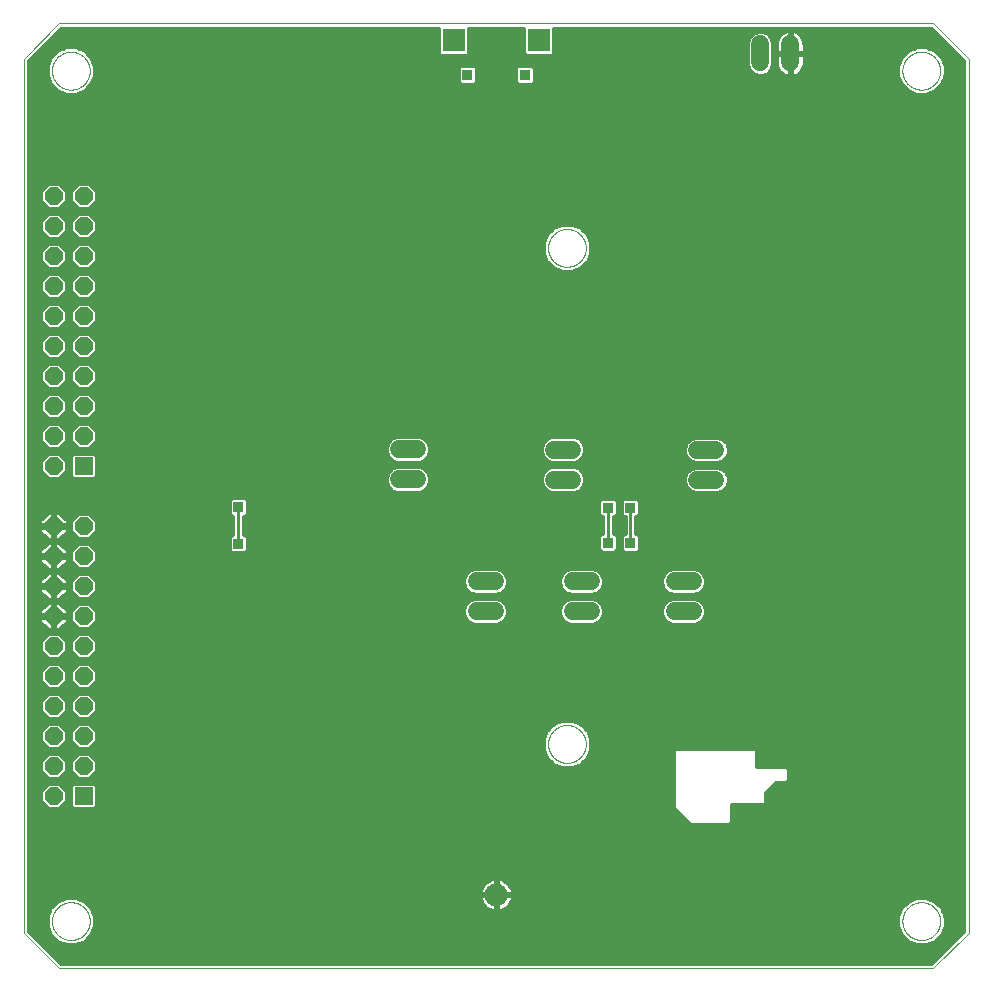
<source format=gbl>
G75*
%MOIN*%
%OFA0B0*%
%FSLAX25Y25*%
%IPPOS*%
%LPD*%
%AMOC8*
5,1,8,0,0,1.08239X$1,22.5*
%
%ADD10C,0.07600*%
%ADD11R,0.03772X0.03772*%
%ADD12R,0.07600X0.07600*%
%ADD13C,0.06000*%
%ADD14C,0.00000*%
%ADD15OC8,0.06000*%
%ADD16R,0.06000X0.06000*%
%ADD17R,0.03562X0.03562*%
%ADD18C,0.01600*%
%ADD19C,0.01000*%
D10*
X0178500Y0041500D03*
D11*
X0168953Y0314874D03*
X0188047Y0314874D03*
D12*
X0192673Y0326291D03*
X0164327Y0326291D03*
D13*
X0266500Y0325000D02*
X0266500Y0319000D01*
X0276500Y0319000D02*
X0276500Y0325000D01*
X0251600Y0189800D02*
X0245600Y0189800D01*
X0245600Y0179800D02*
X0251600Y0179800D01*
X0244000Y0146000D02*
X0238000Y0146000D01*
X0238000Y0136000D02*
X0244000Y0136000D01*
X0210000Y0136000D02*
X0204000Y0136000D01*
X0204000Y0146000D02*
X0210000Y0146000D01*
X0178000Y0146000D02*
X0172000Y0146000D01*
X0172000Y0136000D02*
X0178000Y0136000D01*
X0197800Y0179900D02*
X0203800Y0179900D01*
X0203800Y0189900D02*
X0197800Y0189900D01*
X0152100Y0190000D02*
X0146100Y0190000D01*
X0146100Y0180000D02*
X0152100Y0180000D01*
D14*
X0195803Y0257157D02*
X0195805Y0257315D01*
X0195811Y0257473D01*
X0195821Y0257631D01*
X0195835Y0257789D01*
X0195853Y0257946D01*
X0195874Y0258103D01*
X0195900Y0258259D01*
X0195930Y0258415D01*
X0195963Y0258570D01*
X0196001Y0258723D01*
X0196042Y0258876D01*
X0196087Y0259028D01*
X0196136Y0259179D01*
X0196189Y0259328D01*
X0196245Y0259476D01*
X0196305Y0259622D01*
X0196369Y0259767D01*
X0196437Y0259910D01*
X0196508Y0260052D01*
X0196582Y0260192D01*
X0196660Y0260329D01*
X0196742Y0260465D01*
X0196826Y0260599D01*
X0196915Y0260730D01*
X0197006Y0260859D01*
X0197101Y0260986D01*
X0197198Y0261111D01*
X0197299Y0261233D01*
X0197403Y0261352D01*
X0197510Y0261469D01*
X0197620Y0261583D01*
X0197733Y0261694D01*
X0197848Y0261803D01*
X0197966Y0261908D01*
X0198087Y0262010D01*
X0198210Y0262110D01*
X0198336Y0262206D01*
X0198464Y0262299D01*
X0198594Y0262389D01*
X0198727Y0262475D01*
X0198862Y0262559D01*
X0198998Y0262638D01*
X0199137Y0262715D01*
X0199278Y0262787D01*
X0199420Y0262857D01*
X0199564Y0262922D01*
X0199710Y0262984D01*
X0199857Y0263042D01*
X0200006Y0263097D01*
X0200156Y0263148D01*
X0200307Y0263195D01*
X0200459Y0263238D01*
X0200612Y0263277D01*
X0200767Y0263313D01*
X0200922Y0263344D01*
X0201078Y0263372D01*
X0201234Y0263396D01*
X0201391Y0263416D01*
X0201549Y0263432D01*
X0201706Y0263444D01*
X0201865Y0263452D01*
X0202023Y0263456D01*
X0202181Y0263456D01*
X0202339Y0263452D01*
X0202498Y0263444D01*
X0202655Y0263432D01*
X0202813Y0263416D01*
X0202970Y0263396D01*
X0203126Y0263372D01*
X0203282Y0263344D01*
X0203437Y0263313D01*
X0203592Y0263277D01*
X0203745Y0263238D01*
X0203897Y0263195D01*
X0204048Y0263148D01*
X0204198Y0263097D01*
X0204347Y0263042D01*
X0204494Y0262984D01*
X0204640Y0262922D01*
X0204784Y0262857D01*
X0204926Y0262787D01*
X0205067Y0262715D01*
X0205206Y0262638D01*
X0205342Y0262559D01*
X0205477Y0262475D01*
X0205610Y0262389D01*
X0205740Y0262299D01*
X0205868Y0262206D01*
X0205994Y0262110D01*
X0206117Y0262010D01*
X0206238Y0261908D01*
X0206356Y0261803D01*
X0206471Y0261694D01*
X0206584Y0261583D01*
X0206694Y0261469D01*
X0206801Y0261352D01*
X0206905Y0261233D01*
X0207006Y0261111D01*
X0207103Y0260986D01*
X0207198Y0260859D01*
X0207289Y0260730D01*
X0207378Y0260599D01*
X0207462Y0260465D01*
X0207544Y0260329D01*
X0207622Y0260192D01*
X0207696Y0260052D01*
X0207767Y0259910D01*
X0207835Y0259767D01*
X0207899Y0259622D01*
X0207959Y0259476D01*
X0208015Y0259328D01*
X0208068Y0259179D01*
X0208117Y0259028D01*
X0208162Y0258876D01*
X0208203Y0258723D01*
X0208241Y0258570D01*
X0208274Y0258415D01*
X0208304Y0258259D01*
X0208330Y0258103D01*
X0208351Y0257946D01*
X0208369Y0257789D01*
X0208383Y0257631D01*
X0208393Y0257473D01*
X0208399Y0257315D01*
X0208401Y0257157D01*
X0208399Y0256999D01*
X0208393Y0256841D01*
X0208383Y0256683D01*
X0208369Y0256525D01*
X0208351Y0256368D01*
X0208330Y0256211D01*
X0208304Y0256055D01*
X0208274Y0255899D01*
X0208241Y0255744D01*
X0208203Y0255591D01*
X0208162Y0255438D01*
X0208117Y0255286D01*
X0208068Y0255135D01*
X0208015Y0254986D01*
X0207959Y0254838D01*
X0207899Y0254692D01*
X0207835Y0254547D01*
X0207767Y0254404D01*
X0207696Y0254262D01*
X0207622Y0254122D01*
X0207544Y0253985D01*
X0207462Y0253849D01*
X0207378Y0253715D01*
X0207289Y0253584D01*
X0207198Y0253455D01*
X0207103Y0253328D01*
X0207006Y0253203D01*
X0206905Y0253081D01*
X0206801Y0252962D01*
X0206694Y0252845D01*
X0206584Y0252731D01*
X0206471Y0252620D01*
X0206356Y0252511D01*
X0206238Y0252406D01*
X0206117Y0252304D01*
X0205994Y0252204D01*
X0205868Y0252108D01*
X0205740Y0252015D01*
X0205610Y0251925D01*
X0205477Y0251839D01*
X0205342Y0251755D01*
X0205206Y0251676D01*
X0205067Y0251599D01*
X0204926Y0251527D01*
X0204784Y0251457D01*
X0204640Y0251392D01*
X0204494Y0251330D01*
X0204347Y0251272D01*
X0204198Y0251217D01*
X0204048Y0251166D01*
X0203897Y0251119D01*
X0203745Y0251076D01*
X0203592Y0251037D01*
X0203437Y0251001D01*
X0203282Y0250970D01*
X0203126Y0250942D01*
X0202970Y0250918D01*
X0202813Y0250898D01*
X0202655Y0250882D01*
X0202498Y0250870D01*
X0202339Y0250862D01*
X0202181Y0250858D01*
X0202023Y0250858D01*
X0201865Y0250862D01*
X0201706Y0250870D01*
X0201549Y0250882D01*
X0201391Y0250898D01*
X0201234Y0250918D01*
X0201078Y0250942D01*
X0200922Y0250970D01*
X0200767Y0251001D01*
X0200612Y0251037D01*
X0200459Y0251076D01*
X0200307Y0251119D01*
X0200156Y0251166D01*
X0200006Y0251217D01*
X0199857Y0251272D01*
X0199710Y0251330D01*
X0199564Y0251392D01*
X0199420Y0251457D01*
X0199278Y0251527D01*
X0199137Y0251599D01*
X0198998Y0251676D01*
X0198862Y0251755D01*
X0198727Y0251839D01*
X0198594Y0251925D01*
X0198464Y0252015D01*
X0198336Y0252108D01*
X0198210Y0252204D01*
X0198087Y0252304D01*
X0197966Y0252406D01*
X0197848Y0252511D01*
X0197733Y0252620D01*
X0197620Y0252731D01*
X0197510Y0252845D01*
X0197403Y0252962D01*
X0197299Y0253081D01*
X0197198Y0253203D01*
X0197101Y0253328D01*
X0197006Y0253455D01*
X0196915Y0253584D01*
X0196826Y0253715D01*
X0196742Y0253849D01*
X0196660Y0253985D01*
X0196582Y0254122D01*
X0196508Y0254262D01*
X0196437Y0254404D01*
X0196369Y0254547D01*
X0196305Y0254692D01*
X0196245Y0254838D01*
X0196189Y0254986D01*
X0196136Y0255135D01*
X0196087Y0255286D01*
X0196042Y0255438D01*
X0196001Y0255591D01*
X0195963Y0255744D01*
X0195930Y0255899D01*
X0195900Y0256055D01*
X0195874Y0256211D01*
X0195853Y0256368D01*
X0195835Y0256525D01*
X0195821Y0256683D01*
X0195811Y0256841D01*
X0195805Y0256999D01*
X0195803Y0257157D01*
X0313914Y0316213D02*
X0313916Y0316371D01*
X0313922Y0316529D01*
X0313932Y0316687D01*
X0313946Y0316845D01*
X0313964Y0317002D01*
X0313985Y0317159D01*
X0314011Y0317315D01*
X0314041Y0317471D01*
X0314074Y0317626D01*
X0314112Y0317779D01*
X0314153Y0317932D01*
X0314198Y0318084D01*
X0314247Y0318235D01*
X0314300Y0318384D01*
X0314356Y0318532D01*
X0314416Y0318678D01*
X0314480Y0318823D01*
X0314548Y0318966D01*
X0314619Y0319108D01*
X0314693Y0319248D01*
X0314771Y0319385D01*
X0314853Y0319521D01*
X0314937Y0319655D01*
X0315026Y0319786D01*
X0315117Y0319915D01*
X0315212Y0320042D01*
X0315309Y0320167D01*
X0315410Y0320289D01*
X0315514Y0320408D01*
X0315621Y0320525D01*
X0315731Y0320639D01*
X0315844Y0320750D01*
X0315959Y0320859D01*
X0316077Y0320964D01*
X0316198Y0321066D01*
X0316321Y0321166D01*
X0316447Y0321262D01*
X0316575Y0321355D01*
X0316705Y0321445D01*
X0316838Y0321531D01*
X0316973Y0321615D01*
X0317109Y0321694D01*
X0317248Y0321771D01*
X0317389Y0321843D01*
X0317531Y0321913D01*
X0317675Y0321978D01*
X0317821Y0322040D01*
X0317968Y0322098D01*
X0318117Y0322153D01*
X0318267Y0322204D01*
X0318418Y0322251D01*
X0318570Y0322294D01*
X0318723Y0322333D01*
X0318878Y0322369D01*
X0319033Y0322400D01*
X0319189Y0322428D01*
X0319345Y0322452D01*
X0319502Y0322472D01*
X0319660Y0322488D01*
X0319817Y0322500D01*
X0319976Y0322508D01*
X0320134Y0322512D01*
X0320292Y0322512D01*
X0320450Y0322508D01*
X0320609Y0322500D01*
X0320766Y0322488D01*
X0320924Y0322472D01*
X0321081Y0322452D01*
X0321237Y0322428D01*
X0321393Y0322400D01*
X0321548Y0322369D01*
X0321703Y0322333D01*
X0321856Y0322294D01*
X0322008Y0322251D01*
X0322159Y0322204D01*
X0322309Y0322153D01*
X0322458Y0322098D01*
X0322605Y0322040D01*
X0322751Y0321978D01*
X0322895Y0321913D01*
X0323037Y0321843D01*
X0323178Y0321771D01*
X0323317Y0321694D01*
X0323453Y0321615D01*
X0323588Y0321531D01*
X0323721Y0321445D01*
X0323851Y0321355D01*
X0323979Y0321262D01*
X0324105Y0321166D01*
X0324228Y0321066D01*
X0324349Y0320964D01*
X0324467Y0320859D01*
X0324582Y0320750D01*
X0324695Y0320639D01*
X0324805Y0320525D01*
X0324912Y0320408D01*
X0325016Y0320289D01*
X0325117Y0320167D01*
X0325214Y0320042D01*
X0325309Y0319915D01*
X0325400Y0319786D01*
X0325489Y0319655D01*
X0325573Y0319521D01*
X0325655Y0319385D01*
X0325733Y0319248D01*
X0325807Y0319108D01*
X0325878Y0318966D01*
X0325946Y0318823D01*
X0326010Y0318678D01*
X0326070Y0318532D01*
X0326126Y0318384D01*
X0326179Y0318235D01*
X0326228Y0318084D01*
X0326273Y0317932D01*
X0326314Y0317779D01*
X0326352Y0317626D01*
X0326385Y0317471D01*
X0326415Y0317315D01*
X0326441Y0317159D01*
X0326462Y0317002D01*
X0326480Y0316845D01*
X0326494Y0316687D01*
X0326504Y0316529D01*
X0326510Y0316371D01*
X0326512Y0316213D01*
X0326510Y0316055D01*
X0326504Y0315897D01*
X0326494Y0315739D01*
X0326480Y0315581D01*
X0326462Y0315424D01*
X0326441Y0315267D01*
X0326415Y0315111D01*
X0326385Y0314955D01*
X0326352Y0314800D01*
X0326314Y0314647D01*
X0326273Y0314494D01*
X0326228Y0314342D01*
X0326179Y0314191D01*
X0326126Y0314042D01*
X0326070Y0313894D01*
X0326010Y0313748D01*
X0325946Y0313603D01*
X0325878Y0313460D01*
X0325807Y0313318D01*
X0325733Y0313178D01*
X0325655Y0313041D01*
X0325573Y0312905D01*
X0325489Y0312771D01*
X0325400Y0312640D01*
X0325309Y0312511D01*
X0325214Y0312384D01*
X0325117Y0312259D01*
X0325016Y0312137D01*
X0324912Y0312018D01*
X0324805Y0311901D01*
X0324695Y0311787D01*
X0324582Y0311676D01*
X0324467Y0311567D01*
X0324349Y0311462D01*
X0324228Y0311360D01*
X0324105Y0311260D01*
X0323979Y0311164D01*
X0323851Y0311071D01*
X0323721Y0310981D01*
X0323588Y0310895D01*
X0323453Y0310811D01*
X0323317Y0310732D01*
X0323178Y0310655D01*
X0323037Y0310583D01*
X0322895Y0310513D01*
X0322751Y0310448D01*
X0322605Y0310386D01*
X0322458Y0310328D01*
X0322309Y0310273D01*
X0322159Y0310222D01*
X0322008Y0310175D01*
X0321856Y0310132D01*
X0321703Y0310093D01*
X0321548Y0310057D01*
X0321393Y0310026D01*
X0321237Y0309998D01*
X0321081Y0309974D01*
X0320924Y0309954D01*
X0320766Y0309938D01*
X0320609Y0309926D01*
X0320450Y0309918D01*
X0320292Y0309914D01*
X0320134Y0309914D01*
X0319976Y0309918D01*
X0319817Y0309926D01*
X0319660Y0309938D01*
X0319502Y0309954D01*
X0319345Y0309974D01*
X0319189Y0309998D01*
X0319033Y0310026D01*
X0318878Y0310057D01*
X0318723Y0310093D01*
X0318570Y0310132D01*
X0318418Y0310175D01*
X0318267Y0310222D01*
X0318117Y0310273D01*
X0317968Y0310328D01*
X0317821Y0310386D01*
X0317675Y0310448D01*
X0317531Y0310513D01*
X0317389Y0310583D01*
X0317248Y0310655D01*
X0317109Y0310732D01*
X0316973Y0310811D01*
X0316838Y0310895D01*
X0316705Y0310981D01*
X0316575Y0311071D01*
X0316447Y0311164D01*
X0316321Y0311260D01*
X0316198Y0311360D01*
X0316077Y0311462D01*
X0315959Y0311567D01*
X0315844Y0311676D01*
X0315731Y0311787D01*
X0315621Y0311901D01*
X0315514Y0312018D01*
X0315410Y0312137D01*
X0315309Y0312259D01*
X0315212Y0312384D01*
X0315117Y0312511D01*
X0315026Y0312640D01*
X0314937Y0312771D01*
X0314853Y0312905D01*
X0314771Y0313041D01*
X0314693Y0313178D01*
X0314619Y0313318D01*
X0314548Y0313460D01*
X0314480Y0313603D01*
X0314416Y0313748D01*
X0314356Y0313894D01*
X0314300Y0314042D01*
X0314247Y0314191D01*
X0314198Y0314342D01*
X0314153Y0314494D01*
X0314112Y0314647D01*
X0314074Y0314800D01*
X0314041Y0314955D01*
X0314011Y0315111D01*
X0313985Y0315267D01*
X0313964Y0315424D01*
X0313946Y0315581D01*
X0313932Y0315739D01*
X0313922Y0315897D01*
X0313916Y0316055D01*
X0313914Y0316213D01*
X0324150Y0331961D02*
X0335961Y0320150D01*
X0335961Y0028811D01*
X0324150Y0017000D01*
X0032811Y0017000D01*
X0021000Y0028811D01*
X0021000Y0320150D01*
X0032811Y0331961D01*
X0324150Y0331961D01*
X0195803Y0091803D02*
X0195805Y0091961D01*
X0195811Y0092119D01*
X0195821Y0092277D01*
X0195835Y0092435D01*
X0195853Y0092592D01*
X0195874Y0092749D01*
X0195900Y0092905D01*
X0195930Y0093061D01*
X0195963Y0093216D01*
X0196001Y0093369D01*
X0196042Y0093522D01*
X0196087Y0093674D01*
X0196136Y0093825D01*
X0196189Y0093974D01*
X0196245Y0094122D01*
X0196305Y0094268D01*
X0196369Y0094413D01*
X0196437Y0094556D01*
X0196508Y0094698D01*
X0196582Y0094838D01*
X0196660Y0094975D01*
X0196742Y0095111D01*
X0196826Y0095245D01*
X0196915Y0095376D01*
X0197006Y0095505D01*
X0197101Y0095632D01*
X0197198Y0095757D01*
X0197299Y0095879D01*
X0197403Y0095998D01*
X0197510Y0096115D01*
X0197620Y0096229D01*
X0197733Y0096340D01*
X0197848Y0096449D01*
X0197966Y0096554D01*
X0198087Y0096656D01*
X0198210Y0096756D01*
X0198336Y0096852D01*
X0198464Y0096945D01*
X0198594Y0097035D01*
X0198727Y0097121D01*
X0198862Y0097205D01*
X0198998Y0097284D01*
X0199137Y0097361D01*
X0199278Y0097433D01*
X0199420Y0097503D01*
X0199564Y0097568D01*
X0199710Y0097630D01*
X0199857Y0097688D01*
X0200006Y0097743D01*
X0200156Y0097794D01*
X0200307Y0097841D01*
X0200459Y0097884D01*
X0200612Y0097923D01*
X0200767Y0097959D01*
X0200922Y0097990D01*
X0201078Y0098018D01*
X0201234Y0098042D01*
X0201391Y0098062D01*
X0201549Y0098078D01*
X0201706Y0098090D01*
X0201865Y0098098D01*
X0202023Y0098102D01*
X0202181Y0098102D01*
X0202339Y0098098D01*
X0202498Y0098090D01*
X0202655Y0098078D01*
X0202813Y0098062D01*
X0202970Y0098042D01*
X0203126Y0098018D01*
X0203282Y0097990D01*
X0203437Y0097959D01*
X0203592Y0097923D01*
X0203745Y0097884D01*
X0203897Y0097841D01*
X0204048Y0097794D01*
X0204198Y0097743D01*
X0204347Y0097688D01*
X0204494Y0097630D01*
X0204640Y0097568D01*
X0204784Y0097503D01*
X0204926Y0097433D01*
X0205067Y0097361D01*
X0205206Y0097284D01*
X0205342Y0097205D01*
X0205477Y0097121D01*
X0205610Y0097035D01*
X0205740Y0096945D01*
X0205868Y0096852D01*
X0205994Y0096756D01*
X0206117Y0096656D01*
X0206238Y0096554D01*
X0206356Y0096449D01*
X0206471Y0096340D01*
X0206584Y0096229D01*
X0206694Y0096115D01*
X0206801Y0095998D01*
X0206905Y0095879D01*
X0207006Y0095757D01*
X0207103Y0095632D01*
X0207198Y0095505D01*
X0207289Y0095376D01*
X0207378Y0095245D01*
X0207462Y0095111D01*
X0207544Y0094975D01*
X0207622Y0094838D01*
X0207696Y0094698D01*
X0207767Y0094556D01*
X0207835Y0094413D01*
X0207899Y0094268D01*
X0207959Y0094122D01*
X0208015Y0093974D01*
X0208068Y0093825D01*
X0208117Y0093674D01*
X0208162Y0093522D01*
X0208203Y0093369D01*
X0208241Y0093216D01*
X0208274Y0093061D01*
X0208304Y0092905D01*
X0208330Y0092749D01*
X0208351Y0092592D01*
X0208369Y0092435D01*
X0208383Y0092277D01*
X0208393Y0092119D01*
X0208399Y0091961D01*
X0208401Y0091803D01*
X0208399Y0091645D01*
X0208393Y0091487D01*
X0208383Y0091329D01*
X0208369Y0091171D01*
X0208351Y0091014D01*
X0208330Y0090857D01*
X0208304Y0090701D01*
X0208274Y0090545D01*
X0208241Y0090390D01*
X0208203Y0090237D01*
X0208162Y0090084D01*
X0208117Y0089932D01*
X0208068Y0089781D01*
X0208015Y0089632D01*
X0207959Y0089484D01*
X0207899Y0089338D01*
X0207835Y0089193D01*
X0207767Y0089050D01*
X0207696Y0088908D01*
X0207622Y0088768D01*
X0207544Y0088631D01*
X0207462Y0088495D01*
X0207378Y0088361D01*
X0207289Y0088230D01*
X0207198Y0088101D01*
X0207103Y0087974D01*
X0207006Y0087849D01*
X0206905Y0087727D01*
X0206801Y0087608D01*
X0206694Y0087491D01*
X0206584Y0087377D01*
X0206471Y0087266D01*
X0206356Y0087157D01*
X0206238Y0087052D01*
X0206117Y0086950D01*
X0205994Y0086850D01*
X0205868Y0086754D01*
X0205740Y0086661D01*
X0205610Y0086571D01*
X0205477Y0086485D01*
X0205342Y0086401D01*
X0205206Y0086322D01*
X0205067Y0086245D01*
X0204926Y0086173D01*
X0204784Y0086103D01*
X0204640Y0086038D01*
X0204494Y0085976D01*
X0204347Y0085918D01*
X0204198Y0085863D01*
X0204048Y0085812D01*
X0203897Y0085765D01*
X0203745Y0085722D01*
X0203592Y0085683D01*
X0203437Y0085647D01*
X0203282Y0085616D01*
X0203126Y0085588D01*
X0202970Y0085564D01*
X0202813Y0085544D01*
X0202655Y0085528D01*
X0202498Y0085516D01*
X0202339Y0085508D01*
X0202181Y0085504D01*
X0202023Y0085504D01*
X0201865Y0085508D01*
X0201706Y0085516D01*
X0201549Y0085528D01*
X0201391Y0085544D01*
X0201234Y0085564D01*
X0201078Y0085588D01*
X0200922Y0085616D01*
X0200767Y0085647D01*
X0200612Y0085683D01*
X0200459Y0085722D01*
X0200307Y0085765D01*
X0200156Y0085812D01*
X0200006Y0085863D01*
X0199857Y0085918D01*
X0199710Y0085976D01*
X0199564Y0086038D01*
X0199420Y0086103D01*
X0199278Y0086173D01*
X0199137Y0086245D01*
X0198998Y0086322D01*
X0198862Y0086401D01*
X0198727Y0086485D01*
X0198594Y0086571D01*
X0198464Y0086661D01*
X0198336Y0086754D01*
X0198210Y0086850D01*
X0198087Y0086950D01*
X0197966Y0087052D01*
X0197848Y0087157D01*
X0197733Y0087266D01*
X0197620Y0087377D01*
X0197510Y0087491D01*
X0197403Y0087608D01*
X0197299Y0087727D01*
X0197198Y0087849D01*
X0197101Y0087974D01*
X0197006Y0088101D01*
X0196915Y0088230D01*
X0196826Y0088361D01*
X0196742Y0088495D01*
X0196660Y0088631D01*
X0196582Y0088768D01*
X0196508Y0088908D01*
X0196437Y0089050D01*
X0196369Y0089193D01*
X0196305Y0089338D01*
X0196245Y0089484D01*
X0196189Y0089632D01*
X0196136Y0089781D01*
X0196087Y0089932D01*
X0196042Y0090084D01*
X0196001Y0090237D01*
X0195963Y0090390D01*
X0195930Y0090545D01*
X0195900Y0090701D01*
X0195874Y0090857D01*
X0195853Y0091014D01*
X0195835Y0091171D01*
X0195821Y0091329D01*
X0195811Y0091487D01*
X0195805Y0091645D01*
X0195803Y0091803D01*
X0313914Y0032748D02*
X0313916Y0032906D01*
X0313922Y0033064D01*
X0313932Y0033222D01*
X0313946Y0033380D01*
X0313964Y0033537D01*
X0313985Y0033694D01*
X0314011Y0033850D01*
X0314041Y0034006D01*
X0314074Y0034161D01*
X0314112Y0034314D01*
X0314153Y0034467D01*
X0314198Y0034619D01*
X0314247Y0034770D01*
X0314300Y0034919D01*
X0314356Y0035067D01*
X0314416Y0035213D01*
X0314480Y0035358D01*
X0314548Y0035501D01*
X0314619Y0035643D01*
X0314693Y0035783D01*
X0314771Y0035920D01*
X0314853Y0036056D01*
X0314937Y0036190D01*
X0315026Y0036321D01*
X0315117Y0036450D01*
X0315212Y0036577D01*
X0315309Y0036702D01*
X0315410Y0036824D01*
X0315514Y0036943D01*
X0315621Y0037060D01*
X0315731Y0037174D01*
X0315844Y0037285D01*
X0315959Y0037394D01*
X0316077Y0037499D01*
X0316198Y0037601D01*
X0316321Y0037701D01*
X0316447Y0037797D01*
X0316575Y0037890D01*
X0316705Y0037980D01*
X0316838Y0038066D01*
X0316973Y0038150D01*
X0317109Y0038229D01*
X0317248Y0038306D01*
X0317389Y0038378D01*
X0317531Y0038448D01*
X0317675Y0038513D01*
X0317821Y0038575D01*
X0317968Y0038633D01*
X0318117Y0038688D01*
X0318267Y0038739D01*
X0318418Y0038786D01*
X0318570Y0038829D01*
X0318723Y0038868D01*
X0318878Y0038904D01*
X0319033Y0038935D01*
X0319189Y0038963D01*
X0319345Y0038987D01*
X0319502Y0039007D01*
X0319660Y0039023D01*
X0319817Y0039035D01*
X0319976Y0039043D01*
X0320134Y0039047D01*
X0320292Y0039047D01*
X0320450Y0039043D01*
X0320609Y0039035D01*
X0320766Y0039023D01*
X0320924Y0039007D01*
X0321081Y0038987D01*
X0321237Y0038963D01*
X0321393Y0038935D01*
X0321548Y0038904D01*
X0321703Y0038868D01*
X0321856Y0038829D01*
X0322008Y0038786D01*
X0322159Y0038739D01*
X0322309Y0038688D01*
X0322458Y0038633D01*
X0322605Y0038575D01*
X0322751Y0038513D01*
X0322895Y0038448D01*
X0323037Y0038378D01*
X0323178Y0038306D01*
X0323317Y0038229D01*
X0323453Y0038150D01*
X0323588Y0038066D01*
X0323721Y0037980D01*
X0323851Y0037890D01*
X0323979Y0037797D01*
X0324105Y0037701D01*
X0324228Y0037601D01*
X0324349Y0037499D01*
X0324467Y0037394D01*
X0324582Y0037285D01*
X0324695Y0037174D01*
X0324805Y0037060D01*
X0324912Y0036943D01*
X0325016Y0036824D01*
X0325117Y0036702D01*
X0325214Y0036577D01*
X0325309Y0036450D01*
X0325400Y0036321D01*
X0325489Y0036190D01*
X0325573Y0036056D01*
X0325655Y0035920D01*
X0325733Y0035783D01*
X0325807Y0035643D01*
X0325878Y0035501D01*
X0325946Y0035358D01*
X0326010Y0035213D01*
X0326070Y0035067D01*
X0326126Y0034919D01*
X0326179Y0034770D01*
X0326228Y0034619D01*
X0326273Y0034467D01*
X0326314Y0034314D01*
X0326352Y0034161D01*
X0326385Y0034006D01*
X0326415Y0033850D01*
X0326441Y0033694D01*
X0326462Y0033537D01*
X0326480Y0033380D01*
X0326494Y0033222D01*
X0326504Y0033064D01*
X0326510Y0032906D01*
X0326512Y0032748D01*
X0326510Y0032590D01*
X0326504Y0032432D01*
X0326494Y0032274D01*
X0326480Y0032116D01*
X0326462Y0031959D01*
X0326441Y0031802D01*
X0326415Y0031646D01*
X0326385Y0031490D01*
X0326352Y0031335D01*
X0326314Y0031182D01*
X0326273Y0031029D01*
X0326228Y0030877D01*
X0326179Y0030726D01*
X0326126Y0030577D01*
X0326070Y0030429D01*
X0326010Y0030283D01*
X0325946Y0030138D01*
X0325878Y0029995D01*
X0325807Y0029853D01*
X0325733Y0029713D01*
X0325655Y0029576D01*
X0325573Y0029440D01*
X0325489Y0029306D01*
X0325400Y0029175D01*
X0325309Y0029046D01*
X0325214Y0028919D01*
X0325117Y0028794D01*
X0325016Y0028672D01*
X0324912Y0028553D01*
X0324805Y0028436D01*
X0324695Y0028322D01*
X0324582Y0028211D01*
X0324467Y0028102D01*
X0324349Y0027997D01*
X0324228Y0027895D01*
X0324105Y0027795D01*
X0323979Y0027699D01*
X0323851Y0027606D01*
X0323721Y0027516D01*
X0323588Y0027430D01*
X0323453Y0027346D01*
X0323317Y0027267D01*
X0323178Y0027190D01*
X0323037Y0027118D01*
X0322895Y0027048D01*
X0322751Y0026983D01*
X0322605Y0026921D01*
X0322458Y0026863D01*
X0322309Y0026808D01*
X0322159Y0026757D01*
X0322008Y0026710D01*
X0321856Y0026667D01*
X0321703Y0026628D01*
X0321548Y0026592D01*
X0321393Y0026561D01*
X0321237Y0026533D01*
X0321081Y0026509D01*
X0320924Y0026489D01*
X0320766Y0026473D01*
X0320609Y0026461D01*
X0320450Y0026453D01*
X0320292Y0026449D01*
X0320134Y0026449D01*
X0319976Y0026453D01*
X0319817Y0026461D01*
X0319660Y0026473D01*
X0319502Y0026489D01*
X0319345Y0026509D01*
X0319189Y0026533D01*
X0319033Y0026561D01*
X0318878Y0026592D01*
X0318723Y0026628D01*
X0318570Y0026667D01*
X0318418Y0026710D01*
X0318267Y0026757D01*
X0318117Y0026808D01*
X0317968Y0026863D01*
X0317821Y0026921D01*
X0317675Y0026983D01*
X0317531Y0027048D01*
X0317389Y0027118D01*
X0317248Y0027190D01*
X0317109Y0027267D01*
X0316973Y0027346D01*
X0316838Y0027430D01*
X0316705Y0027516D01*
X0316575Y0027606D01*
X0316447Y0027699D01*
X0316321Y0027795D01*
X0316198Y0027895D01*
X0316077Y0027997D01*
X0315959Y0028102D01*
X0315844Y0028211D01*
X0315731Y0028322D01*
X0315621Y0028436D01*
X0315514Y0028553D01*
X0315410Y0028672D01*
X0315309Y0028794D01*
X0315212Y0028919D01*
X0315117Y0029046D01*
X0315026Y0029175D01*
X0314937Y0029306D01*
X0314853Y0029440D01*
X0314771Y0029576D01*
X0314693Y0029713D01*
X0314619Y0029853D01*
X0314548Y0029995D01*
X0314480Y0030138D01*
X0314416Y0030283D01*
X0314356Y0030429D01*
X0314300Y0030577D01*
X0314247Y0030726D01*
X0314198Y0030877D01*
X0314153Y0031029D01*
X0314112Y0031182D01*
X0314074Y0031335D01*
X0314041Y0031490D01*
X0314011Y0031646D01*
X0313985Y0031802D01*
X0313964Y0031959D01*
X0313946Y0032116D01*
X0313932Y0032274D01*
X0313922Y0032432D01*
X0313916Y0032590D01*
X0313914Y0032748D01*
X0030449Y0032748D02*
X0030451Y0032906D01*
X0030457Y0033064D01*
X0030467Y0033222D01*
X0030481Y0033380D01*
X0030499Y0033537D01*
X0030520Y0033694D01*
X0030546Y0033850D01*
X0030576Y0034006D01*
X0030609Y0034161D01*
X0030647Y0034314D01*
X0030688Y0034467D01*
X0030733Y0034619D01*
X0030782Y0034770D01*
X0030835Y0034919D01*
X0030891Y0035067D01*
X0030951Y0035213D01*
X0031015Y0035358D01*
X0031083Y0035501D01*
X0031154Y0035643D01*
X0031228Y0035783D01*
X0031306Y0035920D01*
X0031388Y0036056D01*
X0031472Y0036190D01*
X0031561Y0036321D01*
X0031652Y0036450D01*
X0031747Y0036577D01*
X0031844Y0036702D01*
X0031945Y0036824D01*
X0032049Y0036943D01*
X0032156Y0037060D01*
X0032266Y0037174D01*
X0032379Y0037285D01*
X0032494Y0037394D01*
X0032612Y0037499D01*
X0032733Y0037601D01*
X0032856Y0037701D01*
X0032982Y0037797D01*
X0033110Y0037890D01*
X0033240Y0037980D01*
X0033373Y0038066D01*
X0033508Y0038150D01*
X0033644Y0038229D01*
X0033783Y0038306D01*
X0033924Y0038378D01*
X0034066Y0038448D01*
X0034210Y0038513D01*
X0034356Y0038575D01*
X0034503Y0038633D01*
X0034652Y0038688D01*
X0034802Y0038739D01*
X0034953Y0038786D01*
X0035105Y0038829D01*
X0035258Y0038868D01*
X0035413Y0038904D01*
X0035568Y0038935D01*
X0035724Y0038963D01*
X0035880Y0038987D01*
X0036037Y0039007D01*
X0036195Y0039023D01*
X0036352Y0039035D01*
X0036511Y0039043D01*
X0036669Y0039047D01*
X0036827Y0039047D01*
X0036985Y0039043D01*
X0037144Y0039035D01*
X0037301Y0039023D01*
X0037459Y0039007D01*
X0037616Y0038987D01*
X0037772Y0038963D01*
X0037928Y0038935D01*
X0038083Y0038904D01*
X0038238Y0038868D01*
X0038391Y0038829D01*
X0038543Y0038786D01*
X0038694Y0038739D01*
X0038844Y0038688D01*
X0038993Y0038633D01*
X0039140Y0038575D01*
X0039286Y0038513D01*
X0039430Y0038448D01*
X0039572Y0038378D01*
X0039713Y0038306D01*
X0039852Y0038229D01*
X0039988Y0038150D01*
X0040123Y0038066D01*
X0040256Y0037980D01*
X0040386Y0037890D01*
X0040514Y0037797D01*
X0040640Y0037701D01*
X0040763Y0037601D01*
X0040884Y0037499D01*
X0041002Y0037394D01*
X0041117Y0037285D01*
X0041230Y0037174D01*
X0041340Y0037060D01*
X0041447Y0036943D01*
X0041551Y0036824D01*
X0041652Y0036702D01*
X0041749Y0036577D01*
X0041844Y0036450D01*
X0041935Y0036321D01*
X0042024Y0036190D01*
X0042108Y0036056D01*
X0042190Y0035920D01*
X0042268Y0035783D01*
X0042342Y0035643D01*
X0042413Y0035501D01*
X0042481Y0035358D01*
X0042545Y0035213D01*
X0042605Y0035067D01*
X0042661Y0034919D01*
X0042714Y0034770D01*
X0042763Y0034619D01*
X0042808Y0034467D01*
X0042849Y0034314D01*
X0042887Y0034161D01*
X0042920Y0034006D01*
X0042950Y0033850D01*
X0042976Y0033694D01*
X0042997Y0033537D01*
X0043015Y0033380D01*
X0043029Y0033222D01*
X0043039Y0033064D01*
X0043045Y0032906D01*
X0043047Y0032748D01*
X0043045Y0032590D01*
X0043039Y0032432D01*
X0043029Y0032274D01*
X0043015Y0032116D01*
X0042997Y0031959D01*
X0042976Y0031802D01*
X0042950Y0031646D01*
X0042920Y0031490D01*
X0042887Y0031335D01*
X0042849Y0031182D01*
X0042808Y0031029D01*
X0042763Y0030877D01*
X0042714Y0030726D01*
X0042661Y0030577D01*
X0042605Y0030429D01*
X0042545Y0030283D01*
X0042481Y0030138D01*
X0042413Y0029995D01*
X0042342Y0029853D01*
X0042268Y0029713D01*
X0042190Y0029576D01*
X0042108Y0029440D01*
X0042024Y0029306D01*
X0041935Y0029175D01*
X0041844Y0029046D01*
X0041749Y0028919D01*
X0041652Y0028794D01*
X0041551Y0028672D01*
X0041447Y0028553D01*
X0041340Y0028436D01*
X0041230Y0028322D01*
X0041117Y0028211D01*
X0041002Y0028102D01*
X0040884Y0027997D01*
X0040763Y0027895D01*
X0040640Y0027795D01*
X0040514Y0027699D01*
X0040386Y0027606D01*
X0040256Y0027516D01*
X0040123Y0027430D01*
X0039988Y0027346D01*
X0039852Y0027267D01*
X0039713Y0027190D01*
X0039572Y0027118D01*
X0039430Y0027048D01*
X0039286Y0026983D01*
X0039140Y0026921D01*
X0038993Y0026863D01*
X0038844Y0026808D01*
X0038694Y0026757D01*
X0038543Y0026710D01*
X0038391Y0026667D01*
X0038238Y0026628D01*
X0038083Y0026592D01*
X0037928Y0026561D01*
X0037772Y0026533D01*
X0037616Y0026509D01*
X0037459Y0026489D01*
X0037301Y0026473D01*
X0037144Y0026461D01*
X0036985Y0026453D01*
X0036827Y0026449D01*
X0036669Y0026449D01*
X0036511Y0026453D01*
X0036352Y0026461D01*
X0036195Y0026473D01*
X0036037Y0026489D01*
X0035880Y0026509D01*
X0035724Y0026533D01*
X0035568Y0026561D01*
X0035413Y0026592D01*
X0035258Y0026628D01*
X0035105Y0026667D01*
X0034953Y0026710D01*
X0034802Y0026757D01*
X0034652Y0026808D01*
X0034503Y0026863D01*
X0034356Y0026921D01*
X0034210Y0026983D01*
X0034066Y0027048D01*
X0033924Y0027118D01*
X0033783Y0027190D01*
X0033644Y0027267D01*
X0033508Y0027346D01*
X0033373Y0027430D01*
X0033240Y0027516D01*
X0033110Y0027606D01*
X0032982Y0027699D01*
X0032856Y0027795D01*
X0032733Y0027895D01*
X0032612Y0027997D01*
X0032494Y0028102D01*
X0032379Y0028211D01*
X0032266Y0028322D01*
X0032156Y0028436D01*
X0032049Y0028553D01*
X0031945Y0028672D01*
X0031844Y0028794D01*
X0031747Y0028919D01*
X0031652Y0029046D01*
X0031561Y0029175D01*
X0031472Y0029306D01*
X0031388Y0029440D01*
X0031306Y0029576D01*
X0031228Y0029713D01*
X0031154Y0029853D01*
X0031083Y0029995D01*
X0031015Y0030138D01*
X0030951Y0030283D01*
X0030891Y0030429D01*
X0030835Y0030577D01*
X0030782Y0030726D01*
X0030733Y0030877D01*
X0030688Y0031029D01*
X0030647Y0031182D01*
X0030609Y0031335D01*
X0030576Y0031490D01*
X0030546Y0031646D01*
X0030520Y0031802D01*
X0030499Y0031959D01*
X0030481Y0032116D01*
X0030467Y0032274D01*
X0030457Y0032432D01*
X0030451Y0032590D01*
X0030449Y0032748D01*
X0030449Y0316213D02*
X0030451Y0316371D01*
X0030457Y0316529D01*
X0030467Y0316687D01*
X0030481Y0316845D01*
X0030499Y0317002D01*
X0030520Y0317159D01*
X0030546Y0317315D01*
X0030576Y0317471D01*
X0030609Y0317626D01*
X0030647Y0317779D01*
X0030688Y0317932D01*
X0030733Y0318084D01*
X0030782Y0318235D01*
X0030835Y0318384D01*
X0030891Y0318532D01*
X0030951Y0318678D01*
X0031015Y0318823D01*
X0031083Y0318966D01*
X0031154Y0319108D01*
X0031228Y0319248D01*
X0031306Y0319385D01*
X0031388Y0319521D01*
X0031472Y0319655D01*
X0031561Y0319786D01*
X0031652Y0319915D01*
X0031747Y0320042D01*
X0031844Y0320167D01*
X0031945Y0320289D01*
X0032049Y0320408D01*
X0032156Y0320525D01*
X0032266Y0320639D01*
X0032379Y0320750D01*
X0032494Y0320859D01*
X0032612Y0320964D01*
X0032733Y0321066D01*
X0032856Y0321166D01*
X0032982Y0321262D01*
X0033110Y0321355D01*
X0033240Y0321445D01*
X0033373Y0321531D01*
X0033508Y0321615D01*
X0033644Y0321694D01*
X0033783Y0321771D01*
X0033924Y0321843D01*
X0034066Y0321913D01*
X0034210Y0321978D01*
X0034356Y0322040D01*
X0034503Y0322098D01*
X0034652Y0322153D01*
X0034802Y0322204D01*
X0034953Y0322251D01*
X0035105Y0322294D01*
X0035258Y0322333D01*
X0035413Y0322369D01*
X0035568Y0322400D01*
X0035724Y0322428D01*
X0035880Y0322452D01*
X0036037Y0322472D01*
X0036195Y0322488D01*
X0036352Y0322500D01*
X0036511Y0322508D01*
X0036669Y0322512D01*
X0036827Y0322512D01*
X0036985Y0322508D01*
X0037144Y0322500D01*
X0037301Y0322488D01*
X0037459Y0322472D01*
X0037616Y0322452D01*
X0037772Y0322428D01*
X0037928Y0322400D01*
X0038083Y0322369D01*
X0038238Y0322333D01*
X0038391Y0322294D01*
X0038543Y0322251D01*
X0038694Y0322204D01*
X0038844Y0322153D01*
X0038993Y0322098D01*
X0039140Y0322040D01*
X0039286Y0321978D01*
X0039430Y0321913D01*
X0039572Y0321843D01*
X0039713Y0321771D01*
X0039852Y0321694D01*
X0039988Y0321615D01*
X0040123Y0321531D01*
X0040256Y0321445D01*
X0040386Y0321355D01*
X0040514Y0321262D01*
X0040640Y0321166D01*
X0040763Y0321066D01*
X0040884Y0320964D01*
X0041002Y0320859D01*
X0041117Y0320750D01*
X0041230Y0320639D01*
X0041340Y0320525D01*
X0041447Y0320408D01*
X0041551Y0320289D01*
X0041652Y0320167D01*
X0041749Y0320042D01*
X0041844Y0319915D01*
X0041935Y0319786D01*
X0042024Y0319655D01*
X0042108Y0319521D01*
X0042190Y0319385D01*
X0042268Y0319248D01*
X0042342Y0319108D01*
X0042413Y0318966D01*
X0042481Y0318823D01*
X0042545Y0318678D01*
X0042605Y0318532D01*
X0042661Y0318384D01*
X0042714Y0318235D01*
X0042763Y0318084D01*
X0042808Y0317932D01*
X0042849Y0317779D01*
X0042887Y0317626D01*
X0042920Y0317471D01*
X0042950Y0317315D01*
X0042976Y0317159D01*
X0042997Y0317002D01*
X0043015Y0316845D01*
X0043029Y0316687D01*
X0043039Y0316529D01*
X0043045Y0316371D01*
X0043047Y0316213D01*
X0043045Y0316055D01*
X0043039Y0315897D01*
X0043029Y0315739D01*
X0043015Y0315581D01*
X0042997Y0315424D01*
X0042976Y0315267D01*
X0042950Y0315111D01*
X0042920Y0314955D01*
X0042887Y0314800D01*
X0042849Y0314647D01*
X0042808Y0314494D01*
X0042763Y0314342D01*
X0042714Y0314191D01*
X0042661Y0314042D01*
X0042605Y0313894D01*
X0042545Y0313748D01*
X0042481Y0313603D01*
X0042413Y0313460D01*
X0042342Y0313318D01*
X0042268Y0313178D01*
X0042190Y0313041D01*
X0042108Y0312905D01*
X0042024Y0312771D01*
X0041935Y0312640D01*
X0041844Y0312511D01*
X0041749Y0312384D01*
X0041652Y0312259D01*
X0041551Y0312137D01*
X0041447Y0312018D01*
X0041340Y0311901D01*
X0041230Y0311787D01*
X0041117Y0311676D01*
X0041002Y0311567D01*
X0040884Y0311462D01*
X0040763Y0311360D01*
X0040640Y0311260D01*
X0040514Y0311164D01*
X0040386Y0311071D01*
X0040256Y0310981D01*
X0040123Y0310895D01*
X0039988Y0310811D01*
X0039852Y0310732D01*
X0039713Y0310655D01*
X0039572Y0310583D01*
X0039430Y0310513D01*
X0039286Y0310448D01*
X0039140Y0310386D01*
X0038993Y0310328D01*
X0038844Y0310273D01*
X0038694Y0310222D01*
X0038543Y0310175D01*
X0038391Y0310132D01*
X0038238Y0310093D01*
X0038083Y0310057D01*
X0037928Y0310026D01*
X0037772Y0309998D01*
X0037616Y0309974D01*
X0037459Y0309954D01*
X0037301Y0309938D01*
X0037144Y0309926D01*
X0036985Y0309918D01*
X0036827Y0309914D01*
X0036669Y0309914D01*
X0036511Y0309918D01*
X0036352Y0309926D01*
X0036195Y0309938D01*
X0036037Y0309954D01*
X0035880Y0309974D01*
X0035724Y0309998D01*
X0035568Y0310026D01*
X0035413Y0310057D01*
X0035258Y0310093D01*
X0035105Y0310132D01*
X0034953Y0310175D01*
X0034802Y0310222D01*
X0034652Y0310273D01*
X0034503Y0310328D01*
X0034356Y0310386D01*
X0034210Y0310448D01*
X0034066Y0310513D01*
X0033924Y0310583D01*
X0033783Y0310655D01*
X0033644Y0310732D01*
X0033508Y0310811D01*
X0033373Y0310895D01*
X0033240Y0310981D01*
X0033110Y0311071D01*
X0032982Y0311164D01*
X0032856Y0311260D01*
X0032733Y0311360D01*
X0032612Y0311462D01*
X0032494Y0311567D01*
X0032379Y0311676D01*
X0032266Y0311787D01*
X0032156Y0311901D01*
X0032049Y0312018D01*
X0031945Y0312137D01*
X0031844Y0312259D01*
X0031747Y0312384D01*
X0031652Y0312511D01*
X0031561Y0312640D01*
X0031472Y0312771D01*
X0031388Y0312905D01*
X0031306Y0313041D01*
X0031228Y0313178D01*
X0031154Y0313318D01*
X0031083Y0313460D01*
X0031015Y0313603D01*
X0030951Y0313748D01*
X0030891Y0313894D01*
X0030835Y0314042D01*
X0030782Y0314191D01*
X0030733Y0314342D01*
X0030688Y0314494D01*
X0030647Y0314647D01*
X0030609Y0314800D01*
X0030576Y0314955D01*
X0030546Y0315111D01*
X0030520Y0315267D01*
X0030499Y0315424D01*
X0030481Y0315581D01*
X0030467Y0315739D01*
X0030457Y0315897D01*
X0030451Y0316055D01*
X0030449Y0316213D01*
D15*
X0030961Y0274461D03*
X0040961Y0274461D03*
X0040961Y0264461D03*
X0040961Y0254461D03*
X0040961Y0244461D03*
X0040961Y0234461D03*
X0040961Y0224461D03*
X0040961Y0214461D03*
X0040961Y0204461D03*
X0040961Y0194461D03*
X0030961Y0194461D03*
X0030961Y0204461D03*
X0030961Y0214461D03*
X0030961Y0224461D03*
X0030961Y0234461D03*
X0030961Y0244461D03*
X0030961Y0254461D03*
X0030961Y0264461D03*
X0030961Y0184461D03*
X0030961Y0164461D03*
X0040961Y0164461D03*
X0040961Y0154461D03*
X0040961Y0144461D03*
X0040961Y0134461D03*
X0040961Y0124461D03*
X0040961Y0114461D03*
X0040961Y0104461D03*
X0040961Y0094461D03*
X0040961Y0084461D03*
X0030961Y0084461D03*
X0030961Y0094461D03*
X0030961Y0104461D03*
X0030961Y0114461D03*
X0030961Y0124461D03*
X0030961Y0134461D03*
X0030961Y0144461D03*
X0030961Y0154461D03*
X0030961Y0074461D03*
D16*
X0040961Y0074461D03*
X0040961Y0184461D03*
D17*
X0092500Y0170800D03*
X0092500Y0158500D03*
X0111600Y0144600D03*
X0117000Y0144600D03*
X0122400Y0144600D03*
X0128000Y0135000D03*
X0138000Y0145500D03*
X0143000Y0145500D03*
X0148000Y0145500D03*
X0149500Y0097500D03*
X0144500Y0097500D03*
X0139500Y0097500D03*
X0128200Y0087300D03*
X0122400Y0096300D03*
X0117300Y0096300D03*
X0112400Y0096300D03*
X0215800Y0158800D03*
X0223200Y0158800D03*
X0223200Y0170600D03*
X0215800Y0170600D03*
X0174400Y0216100D03*
X0178500Y0250000D03*
X0143400Y0255900D03*
X0167000Y0302000D03*
X0167000Y0307000D03*
X0172000Y0307000D03*
X0172000Y0302000D03*
X0194100Y0308300D03*
X0199000Y0308300D03*
X0218300Y0308400D03*
X0222700Y0308400D03*
X0222500Y0317000D03*
X0222500Y0325500D03*
X0226250Y0250700D03*
X0216900Y0247800D03*
X0280800Y0093000D03*
X0281200Y0080100D03*
X0281200Y0075100D03*
X0286200Y0075100D03*
X0286200Y0080100D03*
X0263200Y0070100D03*
X0263200Y0056600D03*
X0258200Y0056600D03*
X0268200Y0056600D03*
X0234300Y0070100D03*
X0223700Y0070300D03*
D18*
X0031451Y0026591D02*
X0025766Y0026591D01*
X0027364Y0024993D02*
X0034307Y0024993D01*
X0035137Y0024649D02*
X0032160Y0025882D01*
X0029882Y0028160D01*
X0028649Y0031137D01*
X0028649Y0034359D01*
X0029882Y0037336D01*
X0032160Y0039614D01*
X0035137Y0040847D01*
X0038359Y0040847D01*
X0041336Y0039614D01*
X0043614Y0037336D01*
X0044847Y0034359D01*
X0044847Y0031137D01*
X0043614Y0028160D01*
X0041336Y0025882D01*
X0038359Y0024649D01*
X0035137Y0024649D01*
X0032160Y0020197D02*
X0324801Y0020197D01*
X0323404Y0018800D02*
X0033557Y0018800D01*
X0022800Y0029557D01*
X0022800Y0319404D01*
X0033557Y0330161D01*
X0159127Y0330161D01*
X0159127Y0321911D01*
X0159947Y0321091D01*
X0168707Y0321091D01*
X0169527Y0321911D01*
X0169527Y0330161D01*
X0187473Y0330161D01*
X0187473Y0321911D01*
X0188293Y0321091D01*
X0197053Y0321091D01*
X0197873Y0321911D01*
X0197873Y0330161D01*
X0323404Y0330161D01*
X0334161Y0319404D01*
X0334161Y0029557D01*
X0323404Y0018800D01*
X0326400Y0021796D02*
X0030561Y0021796D01*
X0028963Y0023394D02*
X0327998Y0023394D01*
X0329597Y0024993D02*
X0322653Y0024993D01*
X0321824Y0024649D02*
X0318602Y0024649D01*
X0315625Y0025882D01*
X0313346Y0028160D01*
X0312113Y0031137D01*
X0312113Y0034359D01*
X0313346Y0037336D01*
X0315625Y0039614D01*
X0318602Y0040847D01*
X0321824Y0040847D01*
X0324800Y0039614D01*
X0327079Y0037336D01*
X0328312Y0034359D01*
X0328312Y0031137D01*
X0327079Y0028160D01*
X0324800Y0025882D01*
X0321824Y0024649D01*
X0317772Y0024993D02*
X0039189Y0024993D01*
X0042045Y0026591D02*
X0314916Y0026591D01*
X0313334Y0028190D02*
X0043626Y0028190D01*
X0044288Y0029788D02*
X0312672Y0029788D01*
X0312113Y0031387D02*
X0044847Y0031387D01*
X0044847Y0032985D02*
X0312113Y0032985D01*
X0312206Y0034584D02*
X0044754Y0034584D01*
X0044092Y0036182D02*
X0176745Y0036182D01*
X0176350Y0036310D02*
X0177189Y0036038D01*
X0178059Y0035900D01*
X0178316Y0035900D01*
X0178316Y0041316D01*
X0178684Y0041316D01*
X0178684Y0035900D01*
X0178941Y0035900D01*
X0179811Y0036038D01*
X0180650Y0036310D01*
X0181435Y0036710D01*
X0182148Y0037229D01*
X0182771Y0037852D01*
X0183290Y0038565D01*
X0183690Y0039350D01*
X0183962Y0040189D01*
X0184100Y0041059D01*
X0184100Y0041316D01*
X0178684Y0041316D01*
X0178684Y0041684D01*
X0184100Y0041684D01*
X0184100Y0041941D01*
X0183962Y0042811D01*
X0183690Y0043650D01*
X0183290Y0044435D01*
X0182771Y0045148D01*
X0182148Y0045771D01*
X0181435Y0046290D01*
X0180650Y0046690D01*
X0179811Y0046962D01*
X0178941Y0047100D01*
X0178684Y0047100D01*
X0178684Y0041684D01*
X0178316Y0041684D01*
X0178316Y0041316D01*
X0172900Y0041316D01*
X0172900Y0041059D01*
X0173038Y0040189D01*
X0173310Y0039350D01*
X0173710Y0038565D01*
X0174229Y0037852D01*
X0174852Y0037229D01*
X0175565Y0036710D01*
X0176350Y0036310D01*
X0178316Y0036182D02*
X0178684Y0036182D01*
X0180255Y0036182D02*
X0312869Y0036182D01*
X0313791Y0037781D02*
X0182700Y0037781D01*
X0183699Y0039379D02*
X0315390Y0039379D01*
X0325035Y0039379D02*
X0334161Y0039379D01*
X0334161Y0037781D02*
X0326634Y0037781D01*
X0327557Y0036182D02*
X0334161Y0036182D01*
X0334161Y0034584D02*
X0328219Y0034584D01*
X0328312Y0032985D02*
X0334161Y0032985D01*
X0334161Y0031387D02*
X0328312Y0031387D01*
X0327753Y0029788D02*
X0334161Y0029788D01*
X0332794Y0028190D02*
X0327091Y0028190D01*
X0325510Y0026591D02*
X0331195Y0026591D01*
X0334161Y0040978D02*
X0184087Y0040978D01*
X0183999Y0042576D02*
X0334161Y0042576D01*
X0334161Y0044175D02*
X0183422Y0044175D01*
X0182146Y0045773D02*
X0334161Y0045773D01*
X0334161Y0047372D02*
X0022800Y0047372D01*
X0022800Y0048970D02*
X0334161Y0048970D01*
X0334161Y0050569D02*
X0022800Y0050569D01*
X0022800Y0052167D02*
X0334161Y0052167D01*
X0334161Y0053766D02*
X0022800Y0053766D01*
X0022800Y0055364D02*
X0334161Y0055364D01*
X0334161Y0056963D02*
X0022800Y0056963D01*
X0022800Y0058561D02*
X0334161Y0058561D01*
X0334161Y0060160D02*
X0022800Y0060160D01*
X0022800Y0061758D02*
X0334161Y0061758D01*
X0334161Y0063357D02*
X0022800Y0063357D01*
X0022800Y0064955D02*
X0243006Y0064955D01*
X0243162Y0064800D02*
X0244238Y0064800D01*
X0256238Y0064800D01*
X0257000Y0065562D01*
X0257000Y0071300D01*
X0267738Y0071300D01*
X0268500Y0072062D01*
X0268500Y0075562D01*
X0271738Y0078800D01*
X0275238Y0078800D01*
X0276000Y0079562D01*
X0276000Y0083638D01*
X0275238Y0084400D01*
X0265500Y0084400D01*
X0265500Y0089638D01*
X0264738Y0090400D01*
X0238162Y0090400D01*
X0237400Y0089638D01*
X0237400Y0070562D01*
X0243162Y0064800D01*
X0241408Y0066554D02*
X0022800Y0066554D01*
X0022800Y0068152D02*
X0239809Y0068152D01*
X0238211Y0069751D02*
X0022800Y0069751D01*
X0022800Y0071349D02*
X0027849Y0071349D01*
X0026561Y0072638D02*
X0029138Y0070061D01*
X0032783Y0070061D01*
X0035361Y0072638D01*
X0035361Y0076283D01*
X0032783Y0078861D01*
X0029138Y0078861D01*
X0026561Y0076283D01*
X0026561Y0072638D01*
X0026561Y0072948D02*
X0022800Y0072948D01*
X0022800Y0074546D02*
X0026561Y0074546D01*
X0026561Y0076145D02*
X0022800Y0076145D01*
X0022800Y0077743D02*
X0028021Y0077743D01*
X0029138Y0080061D02*
X0032783Y0080061D01*
X0035361Y0082638D01*
X0035361Y0086283D01*
X0032783Y0088861D01*
X0029138Y0088861D01*
X0026561Y0086283D01*
X0026561Y0082638D01*
X0029138Y0080061D01*
X0028258Y0080940D02*
X0022800Y0080940D01*
X0022800Y0079342D02*
X0237400Y0079342D01*
X0237400Y0080940D02*
X0043663Y0080940D01*
X0042783Y0080061D02*
X0045361Y0082638D01*
X0045361Y0086283D01*
X0042783Y0088861D01*
X0039138Y0088861D01*
X0036561Y0086283D01*
X0036561Y0082638D01*
X0039138Y0080061D01*
X0042783Y0080061D01*
X0044541Y0078861D02*
X0037381Y0078861D01*
X0036561Y0078041D01*
X0036561Y0070881D01*
X0037381Y0070061D01*
X0044541Y0070061D01*
X0045361Y0070881D01*
X0045361Y0078041D01*
X0044541Y0078861D01*
X0045361Y0077743D02*
X0237400Y0077743D01*
X0237400Y0076145D02*
X0045361Y0076145D01*
X0045361Y0074546D02*
X0237400Y0074546D01*
X0237400Y0072948D02*
X0045361Y0072948D01*
X0045361Y0071349D02*
X0237400Y0071349D01*
X0237400Y0082539D02*
X0045261Y0082539D01*
X0045361Y0084137D02*
X0199445Y0084137D01*
X0200491Y0083704D02*
X0203713Y0083704D01*
X0206690Y0084937D01*
X0208969Y0087215D01*
X0210202Y0090192D01*
X0210202Y0093414D01*
X0208969Y0096391D01*
X0206690Y0098669D01*
X0203713Y0099902D01*
X0200491Y0099902D01*
X0197515Y0098669D01*
X0195236Y0096391D01*
X0194003Y0093414D01*
X0194003Y0090192D01*
X0195236Y0087215D01*
X0197515Y0084937D01*
X0200491Y0083704D01*
X0196716Y0085736D02*
X0045361Y0085736D01*
X0044309Y0087334D02*
X0195187Y0087334D01*
X0194525Y0088933D02*
X0022800Y0088933D01*
X0022800Y0087334D02*
X0027612Y0087334D01*
X0026561Y0085736D02*
X0022800Y0085736D01*
X0022800Y0084137D02*
X0026561Y0084137D01*
X0026660Y0082539D02*
X0022800Y0082539D01*
X0022800Y0090532D02*
X0028667Y0090532D01*
X0029138Y0090061D02*
X0032783Y0090061D01*
X0035361Y0092638D01*
X0035361Y0096283D01*
X0032783Y0098861D01*
X0029138Y0098861D01*
X0026561Y0096283D01*
X0026561Y0092638D01*
X0029138Y0090061D01*
X0027069Y0092130D02*
X0022800Y0092130D01*
X0022800Y0093729D02*
X0026561Y0093729D01*
X0026561Y0095327D02*
X0022800Y0095327D01*
X0022800Y0096926D02*
X0027203Y0096926D01*
X0028802Y0098524D02*
X0022800Y0098524D01*
X0022800Y0100123D02*
X0029076Y0100123D01*
X0029138Y0100061D02*
X0032783Y0100061D01*
X0035361Y0102638D01*
X0035361Y0106283D01*
X0032783Y0108861D01*
X0029138Y0108861D01*
X0026561Y0106283D01*
X0026561Y0102638D01*
X0029138Y0100061D01*
X0027478Y0101721D02*
X0022800Y0101721D01*
X0022800Y0103320D02*
X0026561Y0103320D01*
X0026561Y0104918D02*
X0022800Y0104918D01*
X0022800Y0106517D02*
X0026794Y0106517D01*
X0028393Y0108115D02*
X0022800Y0108115D01*
X0022800Y0109714D02*
X0334161Y0109714D01*
X0334161Y0111312D02*
X0044035Y0111312D01*
X0042783Y0110061D02*
X0045361Y0112638D01*
X0045361Y0116283D01*
X0042783Y0118861D01*
X0039138Y0118861D01*
X0036561Y0116283D01*
X0036561Y0112638D01*
X0039138Y0110061D01*
X0042783Y0110061D01*
X0042783Y0108861D02*
X0039138Y0108861D01*
X0036561Y0106283D01*
X0036561Y0102638D01*
X0039138Y0100061D01*
X0042783Y0100061D01*
X0045361Y0102638D01*
X0045361Y0106283D01*
X0042783Y0108861D01*
X0043529Y0108115D02*
X0334161Y0108115D01*
X0334161Y0106517D02*
X0045127Y0106517D01*
X0045361Y0104918D02*
X0334161Y0104918D01*
X0334161Y0103320D02*
X0045361Y0103320D01*
X0044444Y0101721D02*
X0334161Y0101721D01*
X0334161Y0100123D02*
X0042845Y0100123D01*
X0042783Y0098861D02*
X0039138Y0098861D01*
X0036561Y0096283D01*
X0036561Y0092638D01*
X0039138Y0090061D01*
X0042783Y0090061D01*
X0045361Y0092638D01*
X0045361Y0096283D01*
X0042783Y0098861D01*
X0043120Y0098524D02*
X0197369Y0098524D01*
X0195771Y0096926D02*
X0044718Y0096926D01*
X0045361Y0095327D02*
X0194795Y0095327D01*
X0194133Y0093729D02*
X0045361Y0093729D01*
X0044853Y0092130D02*
X0194003Y0092130D01*
X0194003Y0090532D02*
X0043254Y0090532D01*
X0038667Y0090532D02*
X0033254Y0090532D01*
X0034853Y0092130D02*
X0037069Y0092130D01*
X0036561Y0093729D02*
X0035361Y0093729D01*
X0035361Y0095327D02*
X0036561Y0095327D01*
X0037203Y0096926D02*
X0034718Y0096926D01*
X0033120Y0098524D02*
X0038802Y0098524D01*
X0039076Y0100123D02*
X0032845Y0100123D01*
X0034444Y0101721D02*
X0037478Y0101721D01*
X0036561Y0103320D02*
X0035361Y0103320D01*
X0035361Y0104918D02*
X0036561Y0104918D01*
X0036794Y0106517D02*
X0035127Y0106517D01*
X0033529Y0108115D02*
X0038393Y0108115D01*
X0037887Y0111312D02*
X0034035Y0111312D01*
X0032783Y0110061D02*
X0035361Y0112638D01*
X0035361Y0116283D01*
X0032783Y0118861D01*
X0029138Y0118861D01*
X0026561Y0116283D01*
X0026561Y0112638D01*
X0029138Y0110061D01*
X0032783Y0110061D01*
X0035361Y0112911D02*
X0036561Y0112911D01*
X0036561Y0114509D02*
X0035361Y0114509D01*
X0035361Y0116108D02*
X0036561Y0116108D01*
X0037984Y0117706D02*
X0033938Y0117706D01*
X0032783Y0120061D02*
X0035361Y0122638D01*
X0035361Y0126283D01*
X0032783Y0128861D01*
X0029138Y0128861D01*
X0026561Y0126283D01*
X0026561Y0122638D01*
X0029138Y0120061D01*
X0032783Y0120061D01*
X0033626Y0120903D02*
X0038295Y0120903D01*
X0039138Y0120061D02*
X0036561Y0122638D01*
X0036561Y0126283D01*
X0039138Y0128861D01*
X0042783Y0128861D01*
X0045361Y0126283D01*
X0045361Y0122638D01*
X0042783Y0120061D01*
X0039138Y0120061D01*
X0036697Y0122502D02*
X0035224Y0122502D01*
X0035361Y0124100D02*
X0036561Y0124100D01*
X0036561Y0125699D02*
X0035361Y0125699D01*
X0034346Y0127297D02*
X0037575Y0127297D01*
X0039138Y0130061D02*
X0042783Y0130061D01*
X0045361Y0132638D01*
X0045361Y0136283D01*
X0042783Y0138861D01*
X0039138Y0138861D01*
X0036561Y0136283D01*
X0036561Y0132638D01*
X0039138Y0130061D01*
X0038704Y0130494D02*
X0033783Y0130494D01*
X0032949Y0129661D02*
X0035761Y0132472D01*
X0035761Y0134261D01*
X0031161Y0134261D01*
X0031161Y0134661D01*
X0030761Y0134661D01*
X0030761Y0139261D01*
X0028972Y0139261D01*
X0026161Y0136449D01*
X0026161Y0134661D01*
X0030761Y0134661D01*
X0030761Y0134261D01*
X0026161Y0134261D01*
X0026161Y0132472D01*
X0028972Y0129661D01*
X0030761Y0129661D01*
X0030761Y0134261D01*
X0031161Y0134261D01*
X0031161Y0129661D01*
X0032949Y0129661D01*
X0031161Y0130494D02*
X0030761Y0130494D01*
X0030761Y0132093D02*
X0031161Y0132093D01*
X0031161Y0133691D02*
X0030761Y0133691D01*
X0031161Y0134661D02*
X0035761Y0134661D01*
X0035761Y0136449D01*
X0032949Y0139261D01*
X0031161Y0139261D01*
X0031161Y0134661D01*
X0031161Y0135290D02*
X0030761Y0135290D01*
X0030761Y0136888D02*
X0031161Y0136888D01*
X0031161Y0138487D02*
X0030761Y0138487D01*
X0030761Y0139661D02*
X0030761Y0144261D01*
X0026161Y0144261D01*
X0026161Y0142472D01*
X0028972Y0139661D01*
X0030761Y0139661D01*
X0031161Y0139661D02*
X0032949Y0139661D01*
X0035761Y0142472D01*
X0035761Y0144261D01*
X0031161Y0144261D01*
X0031161Y0144661D01*
X0030761Y0144661D01*
X0030761Y0149261D01*
X0028972Y0149261D01*
X0026161Y0146449D01*
X0026161Y0144661D01*
X0030761Y0144661D01*
X0030761Y0144261D01*
X0031161Y0144261D01*
X0031161Y0139661D01*
X0031161Y0140085D02*
X0030761Y0140085D01*
X0030761Y0141684D02*
X0031161Y0141684D01*
X0031161Y0143282D02*
X0030761Y0143282D01*
X0031161Y0144661D02*
X0035761Y0144661D01*
X0035761Y0146449D01*
X0032949Y0149261D01*
X0031161Y0149261D01*
X0031161Y0144661D01*
X0031161Y0144881D02*
X0030761Y0144881D01*
X0030761Y0146479D02*
X0031161Y0146479D01*
X0031161Y0148078D02*
X0030761Y0148078D01*
X0030761Y0149661D02*
X0030761Y0154261D01*
X0026161Y0154261D01*
X0026161Y0152472D01*
X0028972Y0149661D01*
X0030761Y0149661D01*
X0030761Y0149676D02*
X0031161Y0149676D01*
X0031161Y0149661D02*
X0032949Y0149661D01*
X0035761Y0152472D01*
X0035761Y0154261D01*
X0031161Y0154261D01*
X0031161Y0154661D01*
X0030761Y0154661D01*
X0030761Y0159261D01*
X0028972Y0159261D01*
X0026161Y0156449D01*
X0026161Y0154661D01*
X0030761Y0154661D01*
X0030761Y0154261D01*
X0031161Y0154261D01*
X0031161Y0149661D01*
X0031161Y0151275D02*
X0030761Y0151275D01*
X0030761Y0152873D02*
X0031161Y0152873D01*
X0031161Y0154472D02*
X0036561Y0154472D01*
X0035761Y0154661D02*
X0035761Y0156449D01*
X0032949Y0159261D01*
X0031161Y0159261D01*
X0031161Y0154661D01*
X0035761Y0154661D01*
X0035761Y0156070D02*
X0036561Y0156070D01*
X0036561Y0156283D02*
X0036561Y0152638D01*
X0039138Y0150061D01*
X0042783Y0150061D01*
X0045361Y0152638D01*
X0045361Y0156283D01*
X0042783Y0158861D01*
X0039138Y0158861D01*
X0036561Y0156283D01*
X0037946Y0157669D02*
X0034540Y0157669D01*
X0032949Y0159661D02*
X0035761Y0162472D01*
X0035761Y0164261D01*
X0031161Y0164261D01*
X0031161Y0164661D01*
X0030761Y0164661D01*
X0030761Y0169261D01*
X0028972Y0169261D01*
X0026161Y0166449D01*
X0026161Y0164661D01*
X0030761Y0164661D01*
X0030761Y0164261D01*
X0026161Y0164261D01*
X0026161Y0162472D01*
X0028972Y0159661D01*
X0030761Y0159661D01*
X0030761Y0164261D01*
X0031161Y0164261D01*
X0031161Y0159661D01*
X0032949Y0159661D01*
X0034154Y0160866D02*
X0038333Y0160866D01*
X0039138Y0160061D02*
X0042783Y0160061D01*
X0045361Y0162638D01*
X0045361Y0166283D01*
X0042783Y0168861D01*
X0039138Y0168861D01*
X0036561Y0166283D01*
X0036561Y0162638D01*
X0039138Y0160061D01*
X0036734Y0162465D02*
X0035753Y0162465D01*
X0035761Y0164063D02*
X0036561Y0164063D01*
X0035761Y0164661D02*
X0035761Y0166449D01*
X0032949Y0169261D01*
X0031161Y0169261D01*
X0031161Y0164661D01*
X0035761Y0164661D01*
X0035761Y0165662D02*
X0036561Y0165662D01*
X0037538Y0167260D02*
X0034949Y0167260D01*
X0033351Y0168859D02*
X0039136Y0168859D01*
X0042785Y0168859D02*
X0089319Y0168859D01*
X0089319Y0168439D02*
X0090139Y0167619D01*
X0090600Y0167619D01*
X0090600Y0161681D01*
X0090139Y0161681D01*
X0089319Y0160861D01*
X0089319Y0156139D01*
X0090139Y0155319D01*
X0094861Y0155319D01*
X0095681Y0156139D01*
X0095681Y0160861D01*
X0094861Y0161681D01*
X0094400Y0161681D01*
X0094400Y0167619D01*
X0094861Y0167619D01*
X0095681Y0168439D01*
X0095681Y0173161D01*
X0094861Y0173981D01*
X0090139Y0173981D01*
X0089319Y0173161D01*
X0089319Y0168439D01*
X0090600Y0167260D02*
X0044384Y0167260D01*
X0045361Y0165662D02*
X0090600Y0165662D01*
X0090600Y0164063D02*
X0045361Y0164063D01*
X0045187Y0162465D02*
X0090600Y0162465D01*
X0089324Y0160866D02*
X0043589Y0160866D01*
X0043975Y0157669D02*
X0089319Y0157669D01*
X0089319Y0159268D02*
X0022800Y0159268D01*
X0022800Y0160866D02*
X0027767Y0160866D01*
X0026169Y0162465D02*
X0022800Y0162465D01*
X0022800Y0164063D02*
X0026161Y0164063D01*
X0026161Y0165662D02*
X0022800Y0165662D01*
X0022800Y0167260D02*
X0026972Y0167260D01*
X0028570Y0168859D02*
X0022800Y0168859D01*
X0022800Y0170457D02*
X0089319Y0170457D01*
X0089319Y0172056D02*
X0022800Y0172056D01*
X0022800Y0173654D02*
X0089812Y0173654D01*
X0095188Y0173654D02*
X0213312Y0173654D01*
X0213439Y0173781D02*
X0212619Y0172961D01*
X0212619Y0168239D01*
X0213439Y0167419D01*
X0213900Y0167419D01*
X0213900Y0161981D01*
X0213439Y0161981D01*
X0212619Y0161161D01*
X0212619Y0156439D01*
X0213439Y0155619D01*
X0218161Y0155619D01*
X0218981Y0156439D01*
X0218981Y0161161D01*
X0218161Y0161981D01*
X0217700Y0161981D01*
X0217700Y0167419D01*
X0218161Y0167419D01*
X0218981Y0168239D01*
X0218981Y0172961D01*
X0218161Y0173781D01*
X0213439Y0173781D01*
X0212619Y0172056D02*
X0095681Y0172056D01*
X0095681Y0170457D02*
X0212619Y0170457D01*
X0212619Y0168859D02*
X0095681Y0168859D01*
X0094400Y0167260D02*
X0213900Y0167260D01*
X0213900Y0165662D02*
X0094400Y0165662D01*
X0094400Y0164063D02*
X0213900Y0164063D01*
X0213900Y0162465D02*
X0094400Y0162465D01*
X0095676Y0160866D02*
X0212619Y0160866D01*
X0212619Y0159268D02*
X0095681Y0159268D01*
X0095681Y0157669D02*
X0212619Y0157669D01*
X0212987Y0156070D02*
X0095613Y0156070D01*
X0089387Y0156070D02*
X0045361Y0156070D01*
X0045361Y0154472D02*
X0334161Y0154472D01*
X0334161Y0156070D02*
X0226013Y0156070D01*
X0226381Y0156439D02*
X0225561Y0155619D01*
X0220839Y0155619D01*
X0220019Y0156439D01*
X0220019Y0161161D01*
X0220839Y0161981D01*
X0221300Y0161981D01*
X0221300Y0167419D01*
X0220839Y0167419D01*
X0220019Y0168239D01*
X0220019Y0172961D01*
X0220839Y0173781D01*
X0225561Y0173781D01*
X0226381Y0172961D01*
X0226381Y0168239D01*
X0225561Y0167419D01*
X0225100Y0167419D01*
X0225100Y0161981D01*
X0225561Y0161981D01*
X0226381Y0161161D01*
X0226381Y0156439D01*
X0226381Y0157669D02*
X0334161Y0157669D01*
X0334161Y0159268D02*
X0226381Y0159268D01*
X0226381Y0160866D02*
X0334161Y0160866D01*
X0334161Y0162465D02*
X0225100Y0162465D01*
X0225100Y0164063D02*
X0334161Y0164063D01*
X0334161Y0165662D02*
X0225100Y0165662D01*
X0225100Y0167260D02*
X0334161Y0167260D01*
X0334161Y0168859D02*
X0226381Y0168859D01*
X0226381Y0170457D02*
X0334161Y0170457D01*
X0334161Y0172056D02*
X0226381Y0172056D01*
X0225688Y0173654D02*
X0334161Y0173654D01*
X0334161Y0175253D02*
X0022800Y0175253D01*
X0022800Y0176851D02*
X0143026Y0176851D01*
X0143608Y0176270D02*
X0145225Y0175600D01*
X0152975Y0175600D01*
X0154592Y0176270D01*
X0155830Y0177508D01*
X0156500Y0179125D01*
X0156500Y0180875D01*
X0155830Y0182492D01*
X0154592Y0183730D01*
X0152975Y0184400D01*
X0145225Y0184400D01*
X0143608Y0183730D01*
X0142370Y0182492D01*
X0141700Y0180875D01*
X0141700Y0179125D01*
X0142370Y0177508D01*
X0143608Y0176270D01*
X0141980Y0178450D02*
X0022800Y0178450D01*
X0022800Y0180048D02*
X0141700Y0180048D01*
X0142020Y0181647D02*
X0045361Y0181647D01*
X0045361Y0180881D02*
X0045361Y0188041D01*
X0044541Y0188861D01*
X0037381Y0188861D01*
X0036561Y0188041D01*
X0033603Y0188041D01*
X0032783Y0188861D02*
X0035361Y0186283D01*
X0035361Y0182638D01*
X0032783Y0180061D01*
X0029138Y0180061D01*
X0026561Y0182638D01*
X0026561Y0186283D01*
X0029138Y0188861D01*
X0032783Y0188861D01*
X0032783Y0190061D02*
X0035361Y0192638D01*
X0035361Y0196283D01*
X0032783Y0198861D01*
X0029138Y0198861D01*
X0026561Y0196283D01*
X0026561Y0192638D01*
X0029138Y0190061D01*
X0032783Y0190061D01*
X0033960Y0191238D02*
X0037961Y0191238D01*
X0039138Y0190061D02*
X0042783Y0190061D01*
X0045361Y0192638D01*
X0045361Y0196283D01*
X0042783Y0198861D01*
X0039138Y0198861D01*
X0036561Y0196283D01*
X0036561Y0192638D01*
X0039138Y0190061D01*
X0036561Y0188041D02*
X0036561Y0180881D01*
X0037381Y0180061D01*
X0044541Y0180061D01*
X0045361Y0180881D01*
X0045361Y0183245D02*
X0143123Y0183245D01*
X0143608Y0186270D02*
X0142370Y0187508D01*
X0141700Y0189125D01*
X0141700Y0190875D01*
X0142370Y0192492D01*
X0143608Y0193730D01*
X0145225Y0194400D01*
X0152975Y0194400D01*
X0154592Y0193730D01*
X0155830Y0192492D01*
X0156500Y0190875D01*
X0156500Y0189125D01*
X0155830Y0187508D01*
X0154592Y0186270D01*
X0152975Y0185600D01*
X0145225Y0185600D01*
X0143608Y0186270D01*
X0143435Y0186442D02*
X0045361Y0186442D01*
X0045361Y0184844D02*
X0334161Y0184844D01*
X0334161Y0186442D02*
X0254465Y0186442D01*
X0254092Y0186070D02*
X0255330Y0187308D01*
X0256000Y0188925D01*
X0256000Y0190675D01*
X0255330Y0192292D01*
X0254092Y0193530D01*
X0252475Y0194200D01*
X0244725Y0194200D01*
X0243108Y0193530D01*
X0241870Y0192292D01*
X0241200Y0190675D01*
X0241200Y0188925D01*
X0241870Y0187308D01*
X0243108Y0186070D01*
X0244725Y0185400D01*
X0252475Y0185400D01*
X0254092Y0186070D01*
X0252475Y0184200D02*
X0254092Y0183530D01*
X0255330Y0182292D01*
X0256000Y0180675D01*
X0256000Y0178925D01*
X0255330Y0177308D01*
X0254092Y0176070D01*
X0252475Y0175400D01*
X0244725Y0175400D01*
X0243108Y0176070D01*
X0241870Y0177308D01*
X0241200Y0178925D01*
X0241200Y0180675D01*
X0241870Y0182292D01*
X0243108Y0183530D01*
X0244725Y0184200D01*
X0252475Y0184200D01*
X0254377Y0183245D02*
X0334161Y0183245D01*
X0334161Y0181647D02*
X0255598Y0181647D01*
X0256000Y0180048D02*
X0334161Y0180048D01*
X0334161Y0178450D02*
X0255803Y0178450D01*
X0254874Y0176851D02*
X0334161Y0176851D01*
X0334161Y0188041D02*
X0255634Y0188041D01*
X0256000Y0189639D02*
X0334161Y0189639D01*
X0334161Y0191238D02*
X0255767Y0191238D01*
X0254786Y0192836D02*
X0334161Y0192836D01*
X0334161Y0194435D02*
X0045361Y0194435D01*
X0045361Y0196033D02*
X0334161Y0196033D01*
X0334161Y0197632D02*
X0044012Y0197632D01*
X0042783Y0200061D02*
X0045361Y0202638D01*
X0045361Y0206283D01*
X0042783Y0208861D01*
X0039138Y0208861D01*
X0036561Y0206283D01*
X0036561Y0202638D01*
X0039138Y0200061D01*
X0042783Y0200061D01*
X0043551Y0200829D02*
X0334161Y0200829D01*
X0334161Y0202427D02*
X0045150Y0202427D01*
X0045361Y0204026D02*
X0334161Y0204026D01*
X0334161Y0205624D02*
X0045361Y0205624D01*
X0044421Y0207223D02*
X0334161Y0207223D01*
X0334161Y0208821D02*
X0042822Y0208821D01*
X0042783Y0210061D02*
X0045361Y0212638D01*
X0045361Y0216283D01*
X0042783Y0218861D01*
X0039138Y0218861D01*
X0036561Y0216283D01*
X0036561Y0212638D01*
X0039138Y0210061D01*
X0042783Y0210061D01*
X0043142Y0210420D02*
X0334161Y0210420D01*
X0334161Y0212018D02*
X0044741Y0212018D01*
X0045361Y0213617D02*
X0334161Y0213617D01*
X0334161Y0215215D02*
X0045361Y0215215D01*
X0044830Y0216814D02*
X0334161Y0216814D01*
X0334161Y0218412D02*
X0043231Y0218412D01*
X0042783Y0220061D02*
X0045361Y0222638D01*
X0045361Y0226283D01*
X0042783Y0228861D01*
X0039138Y0228861D01*
X0036561Y0226283D01*
X0036561Y0222638D01*
X0039138Y0220061D01*
X0042783Y0220061D01*
X0044332Y0221609D02*
X0334161Y0221609D01*
X0334161Y0220011D02*
X0022800Y0220011D01*
X0022800Y0221609D02*
X0027589Y0221609D01*
X0026561Y0222638D02*
X0029138Y0220061D01*
X0032783Y0220061D01*
X0035361Y0222638D01*
X0035361Y0226283D01*
X0032783Y0228861D01*
X0029138Y0228861D01*
X0026561Y0226283D01*
X0026561Y0222638D01*
X0026561Y0223208D02*
X0022800Y0223208D01*
X0022800Y0224806D02*
X0026561Y0224806D01*
X0026682Y0226405D02*
X0022800Y0226405D01*
X0022800Y0228003D02*
X0028281Y0228003D01*
X0029138Y0230061D02*
X0026561Y0232638D01*
X0026561Y0236283D01*
X0029138Y0238861D01*
X0032783Y0238861D01*
X0035361Y0236283D01*
X0035361Y0232638D01*
X0032783Y0230061D01*
X0029138Y0230061D01*
X0027998Y0231201D02*
X0022800Y0231201D01*
X0022800Y0232799D02*
X0026561Y0232799D01*
X0026561Y0234398D02*
X0022800Y0234398D01*
X0022800Y0235996D02*
X0026561Y0235996D01*
X0027872Y0237595D02*
X0022800Y0237595D01*
X0022800Y0239193D02*
X0334161Y0239193D01*
X0334161Y0237595D02*
X0044049Y0237595D01*
X0042783Y0238861D02*
X0045361Y0236283D01*
X0045361Y0232638D01*
X0042783Y0230061D01*
X0039138Y0230061D01*
X0036561Y0232638D01*
X0036561Y0236283D01*
X0039138Y0238861D01*
X0042783Y0238861D01*
X0042783Y0240061D02*
X0045361Y0242638D01*
X0045361Y0246283D01*
X0042783Y0248861D01*
X0039138Y0248861D01*
X0036561Y0246283D01*
X0036561Y0242638D01*
X0039138Y0240061D01*
X0042783Y0240061D01*
X0043514Y0240792D02*
X0334161Y0240792D01*
X0334161Y0242390D02*
X0045113Y0242390D01*
X0045361Y0243989D02*
X0334161Y0243989D01*
X0334161Y0245587D02*
X0045361Y0245587D01*
X0044458Y0247186D02*
X0334161Y0247186D01*
X0334161Y0248784D02*
X0042860Y0248784D01*
X0042783Y0250061D02*
X0045361Y0252638D01*
X0045361Y0256283D01*
X0042783Y0258861D01*
X0039138Y0258861D01*
X0036561Y0256283D01*
X0036561Y0252638D01*
X0039138Y0250061D01*
X0042783Y0250061D01*
X0043105Y0250383D02*
X0197423Y0250383D01*
X0197515Y0250291D02*
X0200491Y0249058D01*
X0203713Y0249058D01*
X0206690Y0250291D01*
X0208969Y0252570D01*
X0210202Y0255546D01*
X0210202Y0258769D01*
X0208969Y0261745D01*
X0206690Y0264024D01*
X0203713Y0265257D01*
X0200491Y0265257D01*
X0197515Y0264024D01*
X0195236Y0261745D01*
X0194003Y0258769D01*
X0194003Y0255546D01*
X0195236Y0252570D01*
X0197515Y0250291D01*
X0195825Y0251981D02*
X0044704Y0251981D01*
X0045361Y0253580D02*
X0194818Y0253580D01*
X0194156Y0255178D02*
X0045361Y0255178D01*
X0044867Y0256777D02*
X0194003Y0256777D01*
X0194003Y0258375D02*
X0043269Y0258375D01*
X0042783Y0260061D02*
X0045361Y0262638D01*
X0045361Y0266283D01*
X0042783Y0268861D01*
X0039138Y0268861D01*
X0036561Y0266283D01*
X0036561Y0262638D01*
X0039138Y0260061D01*
X0042783Y0260061D01*
X0044295Y0261572D02*
X0195164Y0261572D01*
X0194502Y0259974D02*
X0022800Y0259974D01*
X0022800Y0261572D02*
X0027626Y0261572D01*
X0026561Y0262638D02*
X0029138Y0260061D01*
X0032783Y0260061D01*
X0035361Y0262638D01*
X0035361Y0266283D01*
X0032783Y0268861D01*
X0029138Y0268861D01*
X0026561Y0266283D01*
X0026561Y0262638D01*
X0026561Y0263171D02*
X0022800Y0263171D01*
X0022800Y0264769D02*
X0026561Y0264769D01*
X0026645Y0266368D02*
X0022800Y0266368D01*
X0022800Y0267966D02*
X0028244Y0267966D01*
X0029138Y0270061D02*
X0026561Y0272638D01*
X0026561Y0276283D01*
X0029138Y0278861D01*
X0032783Y0278861D01*
X0035361Y0276283D01*
X0035361Y0272638D01*
X0032783Y0270061D01*
X0029138Y0270061D01*
X0028035Y0271163D02*
X0022800Y0271163D01*
X0022800Y0269565D02*
X0334161Y0269565D01*
X0334161Y0271163D02*
X0043886Y0271163D01*
X0042783Y0270061D02*
X0045361Y0272638D01*
X0045361Y0276283D01*
X0042783Y0278861D01*
X0039138Y0278861D01*
X0036561Y0276283D01*
X0036561Y0272638D01*
X0039138Y0270061D01*
X0042783Y0270061D01*
X0043677Y0267966D02*
X0334161Y0267966D01*
X0334161Y0266368D02*
X0045276Y0266368D01*
X0045361Y0264769D02*
X0199315Y0264769D01*
X0196662Y0263171D02*
X0045361Y0263171D01*
X0037626Y0261572D02*
X0034295Y0261572D01*
X0035361Y0263171D02*
X0036561Y0263171D01*
X0036561Y0264769D02*
X0035361Y0264769D01*
X0035276Y0266368D02*
X0036645Y0266368D01*
X0038244Y0267966D02*
X0033677Y0267966D01*
X0033886Y0271163D02*
X0038035Y0271163D01*
X0036561Y0272762D02*
X0035361Y0272762D01*
X0035361Y0274360D02*
X0036561Y0274360D01*
X0036561Y0275959D02*
X0035361Y0275959D01*
X0034086Y0277557D02*
X0037835Y0277557D01*
X0044086Y0277557D02*
X0334161Y0277557D01*
X0334161Y0275959D02*
X0045361Y0275959D01*
X0045361Y0274360D02*
X0334161Y0274360D01*
X0334161Y0272762D02*
X0045361Y0272762D01*
X0038653Y0258375D02*
X0033269Y0258375D01*
X0032783Y0258861D02*
X0029138Y0258861D01*
X0026561Y0256283D01*
X0026561Y0252638D01*
X0029138Y0250061D01*
X0032783Y0250061D01*
X0035361Y0252638D01*
X0035361Y0256283D01*
X0032783Y0258861D01*
X0034867Y0256777D02*
X0037054Y0256777D01*
X0036561Y0255178D02*
X0035361Y0255178D01*
X0035361Y0253580D02*
X0036561Y0253580D01*
X0037218Y0251981D02*
X0034704Y0251981D01*
X0033105Y0250383D02*
X0038816Y0250383D01*
X0039062Y0248784D02*
X0032860Y0248784D01*
X0032783Y0248861D02*
X0029138Y0248861D01*
X0026561Y0246283D01*
X0026561Y0242638D01*
X0029138Y0240061D01*
X0032783Y0240061D01*
X0035361Y0242638D01*
X0035361Y0246283D01*
X0032783Y0248861D01*
X0034458Y0247186D02*
X0037463Y0247186D01*
X0036561Y0245587D02*
X0035361Y0245587D01*
X0035361Y0243989D02*
X0036561Y0243989D01*
X0036809Y0242390D02*
X0035113Y0242390D01*
X0033514Y0240792D02*
X0038407Y0240792D01*
X0037872Y0237595D02*
X0034049Y0237595D01*
X0035361Y0235996D02*
X0036561Y0235996D01*
X0036561Y0234398D02*
X0035361Y0234398D01*
X0035361Y0232799D02*
X0036561Y0232799D01*
X0037998Y0231201D02*
X0033923Y0231201D01*
X0033640Y0228003D02*
X0038281Y0228003D01*
X0036682Y0226405D02*
X0035239Y0226405D01*
X0035361Y0224806D02*
X0036561Y0224806D01*
X0036561Y0223208D02*
X0035361Y0223208D01*
X0034332Y0221609D02*
X0037589Y0221609D01*
X0038690Y0218412D02*
X0033231Y0218412D01*
X0032783Y0218861D02*
X0029138Y0218861D01*
X0026561Y0216283D01*
X0026561Y0212638D01*
X0029138Y0210061D01*
X0032783Y0210061D01*
X0035361Y0212638D01*
X0035361Y0216283D01*
X0032783Y0218861D01*
X0034830Y0216814D02*
X0037091Y0216814D01*
X0036561Y0215215D02*
X0035361Y0215215D01*
X0035361Y0213617D02*
X0036561Y0213617D01*
X0037180Y0212018D02*
X0034741Y0212018D01*
X0033142Y0210420D02*
X0038779Y0210420D01*
X0039099Y0208821D02*
X0032822Y0208821D01*
X0032783Y0208861D02*
X0029138Y0208861D01*
X0026561Y0206283D01*
X0026561Y0202638D01*
X0029138Y0200061D01*
X0032783Y0200061D01*
X0035361Y0202638D01*
X0035361Y0206283D01*
X0032783Y0208861D01*
X0034421Y0207223D02*
X0037500Y0207223D01*
X0036561Y0205624D02*
X0035361Y0205624D01*
X0035361Y0204026D02*
X0036561Y0204026D01*
X0036771Y0202427D02*
X0035150Y0202427D01*
X0033551Y0200829D02*
X0038370Y0200829D01*
X0037909Y0197632D02*
X0034012Y0197632D01*
X0035361Y0196033D02*
X0036561Y0196033D01*
X0036561Y0194435D02*
X0035361Y0194435D01*
X0035361Y0192836D02*
X0036561Y0192836D01*
X0036561Y0186442D02*
X0035202Y0186442D01*
X0035361Y0184844D02*
X0036561Y0184844D01*
X0036561Y0183245D02*
X0035361Y0183245D01*
X0034369Y0181647D02*
X0036561Y0181647D01*
X0045360Y0188041D02*
X0142149Y0188041D01*
X0141700Y0189639D02*
X0022800Y0189639D01*
X0022800Y0188041D02*
X0028318Y0188041D01*
X0026720Y0186442D02*
X0022800Y0186442D01*
X0022800Y0184844D02*
X0026561Y0184844D01*
X0026561Y0183245D02*
X0022800Y0183245D01*
X0022800Y0181647D02*
X0027552Y0181647D01*
X0027961Y0191238D02*
X0022800Y0191238D01*
X0022800Y0192836D02*
X0026561Y0192836D01*
X0026561Y0194435D02*
X0022800Y0194435D01*
X0022800Y0196033D02*
X0026561Y0196033D01*
X0027909Y0197632D02*
X0022800Y0197632D01*
X0022800Y0199230D02*
X0334161Y0199230D01*
X0334161Y0223208D02*
X0045361Y0223208D01*
X0045361Y0224806D02*
X0334161Y0224806D01*
X0334161Y0226405D02*
X0045239Y0226405D01*
X0043640Y0228003D02*
X0334161Y0228003D01*
X0334161Y0229602D02*
X0022800Y0229602D01*
X0022800Y0218412D02*
X0028690Y0218412D01*
X0027091Y0216814D02*
X0022800Y0216814D01*
X0022800Y0215215D02*
X0026561Y0215215D01*
X0026561Y0213617D02*
X0022800Y0213617D01*
X0022800Y0212018D02*
X0027180Y0212018D01*
X0028779Y0210420D02*
X0022800Y0210420D01*
X0022800Y0208821D02*
X0029099Y0208821D01*
X0027500Y0207223D02*
X0022800Y0207223D01*
X0022800Y0205624D02*
X0026561Y0205624D01*
X0026561Y0204026D02*
X0022800Y0204026D01*
X0022800Y0202427D02*
X0026771Y0202427D01*
X0028370Y0200829D02*
X0022800Y0200829D01*
X0043960Y0191238D02*
X0141850Y0191238D01*
X0142714Y0192836D02*
X0045361Y0192836D01*
X0031161Y0168859D02*
X0030761Y0168859D01*
X0030761Y0167260D02*
X0031161Y0167260D01*
X0031161Y0165662D02*
X0030761Y0165662D01*
X0030761Y0164063D02*
X0031161Y0164063D01*
X0031161Y0162465D02*
X0030761Y0162465D01*
X0030761Y0160866D02*
X0031161Y0160866D01*
X0031161Y0157669D02*
X0030761Y0157669D01*
X0030761Y0156070D02*
X0031161Y0156070D01*
X0030761Y0154472D02*
X0022800Y0154472D01*
X0022800Y0156070D02*
X0026161Y0156070D01*
X0027381Y0157669D02*
X0022800Y0157669D01*
X0022800Y0152873D02*
X0026161Y0152873D01*
X0027358Y0151275D02*
X0022800Y0151275D01*
X0022800Y0149676D02*
X0028957Y0149676D01*
X0027790Y0148078D02*
X0022800Y0148078D01*
X0022800Y0146479D02*
X0026191Y0146479D01*
X0026161Y0144881D02*
X0022800Y0144881D01*
X0022800Y0143282D02*
X0026161Y0143282D01*
X0026949Y0141684D02*
X0022800Y0141684D01*
X0022800Y0140085D02*
X0028548Y0140085D01*
X0028199Y0138487D02*
X0022800Y0138487D01*
X0022800Y0136888D02*
X0026600Y0136888D01*
X0026161Y0135290D02*
X0022800Y0135290D01*
X0022800Y0133691D02*
X0026161Y0133691D01*
X0026540Y0132093D02*
X0022800Y0132093D01*
X0022800Y0130494D02*
X0028139Y0130494D01*
X0027575Y0127297D02*
X0022800Y0127297D01*
X0022800Y0125699D02*
X0026561Y0125699D01*
X0026561Y0124100D02*
X0022800Y0124100D01*
X0022800Y0122502D02*
X0026697Y0122502D01*
X0028295Y0120903D02*
X0022800Y0120903D01*
X0022800Y0119305D02*
X0334161Y0119305D01*
X0334161Y0120903D02*
X0043626Y0120903D01*
X0045224Y0122502D02*
X0334161Y0122502D01*
X0334161Y0124100D02*
X0045361Y0124100D01*
X0045361Y0125699D02*
X0334161Y0125699D01*
X0334161Y0127297D02*
X0044346Y0127297D01*
X0043217Y0130494D02*
X0334161Y0130494D01*
X0334161Y0128896D02*
X0022800Y0128896D01*
X0022800Y0117706D02*
X0027984Y0117706D01*
X0026561Y0116108D02*
X0022800Y0116108D01*
X0022800Y0114509D02*
X0026561Y0114509D01*
X0026561Y0112911D02*
X0022800Y0112911D01*
X0022800Y0111312D02*
X0027887Y0111312D01*
X0043938Y0117706D02*
X0334161Y0117706D01*
X0334161Y0116108D02*
X0045361Y0116108D01*
X0045361Y0114509D02*
X0334161Y0114509D01*
X0334161Y0112911D02*
X0045361Y0112911D01*
X0044815Y0132093D02*
X0169935Y0132093D01*
X0169508Y0132270D02*
X0171125Y0131600D01*
X0178875Y0131600D01*
X0180492Y0132270D01*
X0181730Y0133508D01*
X0182400Y0135125D01*
X0182400Y0136875D01*
X0181730Y0138492D01*
X0180492Y0139730D01*
X0178875Y0140400D01*
X0171125Y0140400D01*
X0169508Y0139730D01*
X0168270Y0138492D01*
X0167600Y0136875D01*
X0167600Y0135125D01*
X0168270Y0133508D01*
X0169508Y0132270D01*
X0168194Y0133691D02*
X0045361Y0133691D01*
X0045361Y0135290D02*
X0167600Y0135290D01*
X0167605Y0136888D02*
X0044755Y0136888D01*
X0043157Y0138487D02*
X0168268Y0138487D01*
X0170365Y0140085D02*
X0042808Y0140085D01*
X0042783Y0140061D02*
X0045361Y0142638D01*
X0045361Y0146283D01*
X0042783Y0148861D01*
X0039138Y0148861D01*
X0036561Y0146283D01*
X0036561Y0142638D01*
X0039138Y0140061D01*
X0042783Y0140061D01*
X0044406Y0141684D02*
X0170922Y0141684D01*
X0171125Y0141600D02*
X0169508Y0142270D01*
X0168270Y0143508D01*
X0167600Y0145125D01*
X0167600Y0146875D01*
X0168270Y0148492D01*
X0169508Y0149730D01*
X0171125Y0150400D01*
X0178875Y0150400D01*
X0180492Y0149730D01*
X0181730Y0148492D01*
X0182400Y0146875D01*
X0182400Y0145125D01*
X0181730Y0143508D01*
X0180492Y0142270D01*
X0178875Y0141600D01*
X0171125Y0141600D01*
X0168495Y0143282D02*
X0045361Y0143282D01*
X0045361Y0144881D02*
X0167701Y0144881D01*
X0167600Y0146479D02*
X0045164Y0146479D01*
X0043566Y0148078D02*
X0168098Y0148078D01*
X0169454Y0149676D02*
X0032965Y0149676D01*
X0034132Y0148078D02*
X0038355Y0148078D01*
X0036757Y0146479D02*
X0035730Y0146479D01*
X0035761Y0144881D02*
X0036561Y0144881D01*
X0036561Y0143282D02*
X0035761Y0143282D01*
X0034972Y0141684D02*
X0037515Y0141684D01*
X0039113Y0140085D02*
X0033374Y0140085D01*
X0033723Y0138487D02*
X0038764Y0138487D01*
X0037166Y0136888D02*
X0035321Y0136888D01*
X0035761Y0135290D02*
X0036561Y0135290D01*
X0036561Y0133691D02*
X0035761Y0133691D01*
X0035381Y0132093D02*
X0037106Y0132093D01*
X0037924Y0151275D02*
X0034563Y0151275D01*
X0035761Y0152873D02*
X0036561Y0152873D01*
X0043997Y0151275D02*
X0334161Y0151275D01*
X0334161Y0152873D02*
X0045361Y0152873D01*
X0037612Y0087334D02*
X0034309Y0087334D01*
X0035361Y0085736D02*
X0036561Y0085736D01*
X0036561Y0084137D02*
X0035361Y0084137D01*
X0035261Y0082539D02*
X0036660Y0082539D01*
X0038258Y0080940D02*
X0033663Y0080940D01*
X0033900Y0077743D02*
X0036561Y0077743D01*
X0036561Y0076145D02*
X0035361Y0076145D01*
X0035361Y0074546D02*
X0036561Y0074546D01*
X0036561Y0072948D02*
X0035361Y0072948D01*
X0036561Y0071349D02*
X0034072Y0071349D01*
X0022800Y0045773D02*
X0174854Y0045773D01*
X0174852Y0045771D02*
X0174229Y0045148D01*
X0173710Y0044435D01*
X0173310Y0043650D01*
X0173038Y0042811D01*
X0172900Y0041941D01*
X0172900Y0041684D01*
X0178316Y0041684D01*
X0178316Y0047100D01*
X0178059Y0047100D01*
X0177189Y0046962D01*
X0176350Y0046690D01*
X0175565Y0046290D01*
X0174852Y0045771D01*
X0173578Y0044175D02*
X0022800Y0044175D01*
X0022800Y0042576D02*
X0173001Y0042576D01*
X0172913Y0040978D02*
X0022800Y0040978D01*
X0022800Y0039379D02*
X0031925Y0039379D01*
X0030327Y0037781D02*
X0022800Y0037781D01*
X0022800Y0036182D02*
X0029404Y0036182D01*
X0028742Y0034584D02*
X0022800Y0034584D01*
X0022800Y0032985D02*
X0028649Y0032985D01*
X0028649Y0031387D02*
X0022800Y0031387D01*
X0022800Y0029788D02*
X0029208Y0029788D01*
X0029870Y0028190D02*
X0024167Y0028190D01*
X0041571Y0039379D02*
X0173301Y0039379D01*
X0174300Y0037781D02*
X0043169Y0037781D01*
X0178316Y0037781D02*
X0178684Y0037781D01*
X0178684Y0039379D02*
X0178316Y0039379D01*
X0178316Y0040978D02*
X0178684Y0040978D01*
X0178684Y0042576D02*
X0178316Y0042576D01*
X0178316Y0044175D02*
X0178684Y0044175D01*
X0178684Y0045773D02*
X0178316Y0045773D01*
X0204760Y0084137D02*
X0237400Y0084137D01*
X0237400Y0085736D02*
X0207489Y0085736D01*
X0209018Y0087334D02*
X0237400Y0087334D01*
X0237400Y0088933D02*
X0209680Y0088933D01*
X0210202Y0090532D02*
X0334161Y0090532D01*
X0334161Y0092130D02*
X0210202Y0092130D01*
X0210071Y0093729D02*
X0334161Y0093729D01*
X0334161Y0095327D02*
X0209409Y0095327D01*
X0208434Y0096926D02*
X0334161Y0096926D01*
X0334161Y0098524D02*
X0206835Y0098524D01*
X0203125Y0131600D02*
X0201508Y0132270D01*
X0200270Y0133508D01*
X0199600Y0135125D01*
X0199600Y0136875D01*
X0200270Y0138492D01*
X0201508Y0139730D01*
X0203125Y0140400D01*
X0210875Y0140400D01*
X0212492Y0139730D01*
X0213730Y0138492D01*
X0214400Y0136875D01*
X0214400Y0135125D01*
X0213730Y0133508D01*
X0212492Y0132270D01*
X0210875Y0131600D01*
X0203125Y0131600D01*
X0201935Y0132093D02*
X0180065Y0132093D01*
X0181806Y0133691D02*
X0200194Y0133691D01*
X0199600Y0135290D02*
X0182400Y0135290D01*
X0182395Y0136888D02*
X0199605Y0136888D01*
X0200268Y0138487D02*
X0181732Y0138487D01*
X0179635Y0140085D02*
X0202365Y0140085D01*
X0202922Y0141684D02*
X0179078Y0141684D01*
X0181505Y0143282D02*
X0200495Y0143282D01*
X0200270Y0143508D02*
X0201508Y0142270D01*
X0203125Y0141600D01*
X0210875Y0141600D01*
X0212492Y0142270D01*
X0213730Y0143508D01*
X0214400Y0145125D01*
X0214400Y0146875D01*
X0213730Y0148492D01*
X0212492Y0149730D01*
X0210875Y0150400D01*
X0203125Y0150400D01*
X0201508Y0149730D01*
X0200270Y0148492D01*
X0199600Y0146875D01*
X0199600Y0145125D01*
X0200270Y0143508D01*
X0199701Y0144881D02*
X0182299Y0144881D01*
X0182400Y0146479D02*
X0199600Y0146479D01*
X0200098Y0148078D02*
X0181902Y0148078D01*
X0180546Y0149676D02*
X0201454Y0149676D01*
X0212546Y0149676D02*
X0235454Y0149676D01*
X0235508Y0149730D02*
X0234270Y0148492D01*
X0233600Y0146875D01*
X0233600Y0145125D01*
X0234270Y0143508D01*
X0235508Y0142270D01*
X0237125Y0141600D01*
X0244875Y0141600D01*
X0246492Y0142270D01*
X0247730Y0143508D01*
X0248400Y0145125D01*
X0248400Y0146875D01*
X0247730Y0148492D01*
X0246492Y0149730D01*
X0244875Y0150400D01*
X0237125Y0150400D01*
X0235508Y0149730D01*
X0234098Y0148078D02*
X0213902Y0148078D01*
X0214400Y0146479D02*
X0233600Y0146479D01*
X0233701Y0144881D02*
X0214299Y0144881D01*
X0213505Y0143282D02*
X0234495Y0143282D01*
X0236922Y0141684D02*
X0211078Y0141684D01*
X0211635Y0140085D02*
X0236365Y0140085D01*
X0237125Y0140400D02*
X0235508Y0139730D01*
X0234270Y0138492D01*
X0233600Y0136875D01*
X0233600Y0135125D01*
X0234270Y0133508D01*
X0235508Y0132270D01*
X0237125Y0131600D01*
X0244875Y0131600D01*
X0246492Y0132270D01*
X0247730Y0133508D01*
X0248400Y0135125D01*
X0248400Y0136875D01*
X0247730Y0138492D01*
X0246492Y0139730D01*
X0244875Y0140400D01*
X0237125Y0140400D01*
X0234268Y0138487D02*
X0213732Y0138487D01*
X0214395Y0136888D02*
X0233605Y0136888D01*
X0233600Y0135290D02*
X0214400Y0135290D01*
X0213806Y0133691D02*
X0234194Y0133691D01*
X0235935Y0132093D02*
X0212065Y0132093D01*
X0218613Y0156070D02*
X0220387Y0156070D01*
X0220019Y0157669D02*
X0218981Y0157669D01*
X0218981Y0159268D02*
X0220019Y0159268D01*
X0220019Y0160866D02*
X0218981Y0160866D01*
X0217700Y0162465D02*
X0221300Y0162465D01*
X0221300Y0164063D02*
X0217700Y0164063D01*
X0217700Y0165662D02*
X0221300Y0165662D01*
X0221300Y0167260D02*
X0217700Y0167260D01*
X0218981Y0168859D02*
X0220019Y0168859D01*
X0220019Y0170457D02*
X0218981Y0170457D01*
X0218981Y0172056D02*
X0220019Y0172056D01*
X0220712Y0173654D02*
X0218288Y0173654D01*
X0207962Y0178450D02*
X0241397Y0178450D01*
X0241200Y0180048D02*
X0208200Y0180048D01*
X0208200Y0180775D02*
X0207530Y0182392D01*
X0206292Y0183630D01*
X0204675Y0184300D01*
X0196925Y0184300D01*
X0195308Y0183630D01*
X0194070Y0182392D01*
X0193400Y0180775D01*
X0193400Y0179025D01*
X0194070Y0177408D01*
X0195308Y0176170D01*
X0196925Y0175500D01*
X0204675Y0175500D01*
X0206292Y0176170D01*
X0207530Y0177408D01*
X0208200Y0179025D01*
X0208200Y0180775D01*
X0207839Y0181647D02*
X0241602Y0181647D01*
X0242823Y0183245D02*
X0206677Y0183245D01*
X0206292Y0186170D02*
X0207530Y0187408D01*
X0208200Y0189025D01*
X0208200Y0190775D01*
X0207530Y0192392D01*
X0206292Y0193630D01*
X0204675Y0194300D01*
X0196925Y0194300D01*
X0195308Y0193630D01*
X0194070Y0192392D01*
X0193400Y0190775D01*
X0193400Y0189025D01*
X0194070Y0187408D01*
X0195308Y0186170D01*
X0196925Y0185500D01*
X0204675Y0185500D01*
X0206292Y0186170D01*
X0206565Y0186442D02*
X0242735Y0186442D01*
X0241566Y0188041D02*
X0207792Y0188041D01*
X0208200Y0189639D02*
X0241200Y0189639D01*
X0241433Y0191238D02*
X0208008Y0191238D01*
X0207086Y0192836D02*
X0242414Y0192836D01*
X0242326Y0176851D02*
X0206974Y0176851D01*
X0194626Y0176851D02*
X0155174Y0176851D01*
X0156220Y0178450D02*
X0193638Y0178450D01*
X0193400Y0180048D02*
X0156500Y0180048D01*
X0156180Y0181647D02*
X0193761Y0181647D01*
X0194923Y0183245D02*
X0155077Y0183245D01*
X0154765Y0186442D02*
X0195035Y0186442D01*
X0193808Y0188041D02*
X0156051Y0188041D01*
X0156500Y0189639D02*
X0193400Y0189639D01*
X0193592Y0191238D02*
X0156350Y0191238D01*
X0155486Y0192836D02*
X0194514Y0192836D01*
X0246546Y0149676D02*
X0334161Y0149676D01*
X0334161Y0148078D02*
X0247902Y0148078D01*
X0248400Y0146479D02*
X0334161Y0146479D01*
X0334161Y0144881D02*
X0248299Y0144881D01*
X0247505Y0143282D02*
X0334161Y0143282D01*
X0334161Y0141684D02*
X0245078Y0141684D01*
X0245635Y0140085D02*
X0334161Y0140085D01*
X0334161Y0138487D02*
X0247732Y0138487D01*
X0248395Y0136888D02*
X0334161Y0136888D01*
X0334161Y0135290D02*
X0248400Y0135290D01*
X0247806Y0133691D02*
X0334161Y0133691D01*
X0334161Y0132093D02*
X0246065Y0132093D01*
X0265500Y0088933D02*
X0334161Y0088933D01*
X0334161Y0087334D02*
X0265500Y0087334D01*
X0265500Y0085736D02*
X0334161Y0085736D01*
X0334161Y0084137D02*
X0275501Y0084137D01*
X0276000Y0082539D02*
X0334161Y0082539D01*
X0334161Y0080940D02*
X0276000Y0080940D01*
X0275780Y0079342D02*
X0334161Y0079342D01*
X0334161Y0077743D02*
X0270682Y0077743D01*
X0269083Y0076145D02*
X0334161Y0076145D01*
X0334161Y0074546D02*
X0268500Y0074546D01*
X0268500Y0072948D02*
X0334161Y0072948D01*
X0334161Y0071349D02*
X0267788Y0071349D01*
X0257000Y0069751D02*
X0334161Y0069751D01*
X0334161Y0068152D02*
X0257000Y0068152D01*
X0257000Y0066554D02*
X0334161Y0066554D01*
X0334161Y0064955D02*
X0256394Y0064955D01*
X0334161Y0231201D02*
X0043923Y0231201D01*
X0045361Y0232799D02*
X0334161Y0232799D01*
X0334161Y0234398D02*
X0045361Y0234398D01*
X0045361Y0235996D02*
X0334161Y0235996D01*
X0334161Y0250383D02*
X0206782Y0250383D01*
X0208380Y0251981D02*
X0334161Y0251981D01*
X0334161Y0253580D02*
X0209387Y0253580D01*
X0210049Y0255178D02*
X0334161Y0255178D01*
X0334161Y0256777D02*
X0210202Y0256777D01*
X0210202Y0258375D02*
X0334161Y0258375D01*
X0334161Y0259974D02*
X0209702Y0259974D01*
X0209040Y0261572D02*
X0334161Y0261572D01*
X0334161Y0263171D02*
X0207543Y0263171D01*
X0204890Y0264769D02*
X0334161Y0264769D01*
X0334161Y0279156D02*
X0022800Y0279156D01*
X0022800Y0280754D02*
X0334161Y0280754D01*
X0334161Y0282353D02*
X0022800Y0282353D01*
X0022800Y0283951D02*
X0334161Y0283951D01*
X0334161Y0285550D02*
X0022800Y0285550D01*
X0022800Y0287148D02*
X0334161Y0287148D01*
X0334161Y0288747D02*
X0022800Y0288747D01*
X0022800Y0290345D02*
X0334161Y0290345D01*
X0334161Y0291944D02*
X0022800Y0291944D01*
X0022800Y0293542D02*
X0334161Y0293542D01*
X0334161Y0295141D02*
X0022800Y0295141D01*
X0022800Y0296739D02*
X0334161Y0296739D01*
X0334161Y0298338D02*
X0022800Y0298338D01*
X0022800Y0299937D02*
X0334161Y0299937D01*
X0334161Y0301535D02*
X0022800Y0301535D01*
X0022800Y0303134D02*
X0334161Y0303134D01*
X0334161Y0304732D02*
X0022800Y0304732D01*
X0022800Y0306331D02*
X0334161Y0306331D01*
X0334161Y0307929D02*
X0022800Y0307929D01*
X0022800Y0309528D02*
X0031979Y0309528D01*
X0032160Y0309346D02*
X0029882Y0311625D01*
X0028649Y0314602D01*
X0028649Y0317824D01*
X0029882Y0320800D01*
X0032160Y0323079D01*
X0035137Y0324312D01*
X0038359Y0324312D01*
X0041336Y0323079D01*
X0043614Y0320800D01*
X0044847Y0317824D01*
X0044847Y0314602D01*
X0043614Y0311625D01*
X0041336Y0309346D01*
X0038359Y0308113D01*
X0035137Y0308113D01*
X0032160Y0309346D01*
X0030381Y0311126D02*
X0022800Y0311126D01*
X0022800Y0312725D02*
X0029426Y0312725D01*
X0028764Y0314323D02*
X0022800Y0314323D01*
X0022800Y0315922D02*
X0028649Y0315922D01*
X0028649Y0317520D02*
X0022800Y0317520D01*
X0022800Y0319119D02*
X0029185Y0319119D01*
X0029847Y0320717D02*
X0024113Y0320717D01*
X0025712Y0322316D02*
X0031397Y0322316D01*
X0034177Y0323914D02*
X0027310Y0323914D01*
X0028909Y0325513D02*
X0159127Y0325513D01*
X0159127Y0327111D02*
X0030507Y0327111D01*
X0032106Y0328710D02*
X0159127Y0328710D01*
X0159127Y0323914D02*
X0039319Y0323914D01*
X0042099Y0322316D02*
X0159127Y0322316D01*
X0165667Y0317340D02*
X0165667Y0312408D01*
X0166487Y0311588D01*
X0171418Y0311588D01*
X0172239Y0312408D01*
X0172239Y0317340D01*
X0171418Y0318160D01*
X0166487Y0318160D01*
X0165667Y0317340D01*
X0165847Y0317520D02*
X0044847Y0317520D01*
X0044847Y0315922D02*
X0165667Y0315922D01*
X0165667Y0314323D02*
X0044732Y0314323D01*
X0044070Y0312725D02*
X0165667Y0312725D01*
X0172239Y0312725D02*
X0184761Y0312725D01*
X0184761Y0312408D02*
X0185582Y0311588D01*
X0190513Y0311588D01*
X0191333Y0312408D01*
X0191333Y0317340D01*
X0190513Y0318160D01*
X0185582Y0318160D01*
X0184761Y0317340D01*
X0184761Y0312408D01*
X0184761Y0314323D02*
X0172239Y0314323D01*
X0172239Y0315922D02*
X0184761Y0315922D01*
X0184942Y0317520D02*
X0172058Y0317520D01*
X0169527Y0322316D02*
X0187473Y0322316D01*
X0187473Y0323914D02*
X0169527Y0323914D01*
X0169527Y0325513D02*
X0187473Y0325513D01*
X0187473Y0327111D02*
X0169527Y0327111D01*
X0169527Y0328710D02*
X0187473Y0328710D01*
X0197873Y0328710D02*
X0263987Y0328710D01*
X0264008Y0328730D02*
X0262770Y0327492D01*
X0262100Y0325875D01*
X0262100Y0318125D01*
X0262770Y0316508D01*
X0264008Y0315270D01*
X0265625Y0314600D01*
X0267375Y0314600D01*
X0268992Y0315270D01*
X0270230Y0316508D01*
X0270900Y0318125D01*
X0270900Y0325875D01*
X0270230Y0327492D01*
X0268992Y0328730D01*
X0267375Y0329400D01*
X0265625Y0329400D01*
X0264008Y0328730D01*
X0262612Y0327111D02*
X0197873Y0327111D01*
X0197873Y0325513D02*
X0262100Y0325513D01*
X0262100Y0323914D02*
X0197873Y0323914D01*
X0197873Y0322316D02*
X0262100Y0322316D01*
X0262100Y0320717D02*
X0043649Y0320717D01*
X0044311Y0319119D02*
X0262100Y0319119D01*
X0262350Y0317520D02*
X0191153Y0317520D01*
X0191333Y0315922D02*
X0263356Y0315922D01*
X0269644Y0315922D02*
X0272803Y0315922D01*
X0272839Y0315873D02*
X0273373Y0315339D01*
X0273984Y0314895D01*
X0274657Y0314552D01*
X0275376Y0314318D01*
X0276122Y0314200D01*
X0276300Y0314200D01*
X0276300Y0321800D01*
X0271700Y0321800D01*
X0271700Y0318622D01*
X0271818Y0317876D01*
X0272052Y0317157D01*
X0272395Y0316484D01*
X0272839Y0315873D01*
X0271934Y0317520D02*
X0270650Y0317520D01*
X0270900Y0319119D02*
X0271700Y0319119D01*
X0271700Y0320717D02*
X0270900Y0320717D01*
X0270900Y0322316D02*
X0271700Y0322316D01*
X0271700Y0322200D02*
X0276300Y0322200D01*
X0276300Y0329800D01*
X0276122Y0329800D01*
X0275376Y0329682D01*
X0274657Y0329448D01*
X0273984Y0329105D01*
X0273373Y0328661D01*
X0272839Y0328127D01*
X0272395Y0327516D01*
X0272052Y0326843D01*
X0271818Y0326124D01*
X0271700Y0325378D01*
X0271700Y0322200D01*
X0271700Y0323914D02*
X0270900Y0323914D01*
X0270900Y0325513D02*
X0271721Y0325513D01*
X0272189Y0327111D02*
X0270388Y0327111D01*
X0269013Y0328710D02*
X0273440Y0328710D01*
X0276300Y0328710D02*
X0276700Y0328710D01*
X0276700Y0329800D02*
X0276700Y0322200D01*
X0276300Y0322200D01*
X0276300Y0321800D01*
X0276700Y0321800D01*
X0276700Y0322200D01*
X0281300Y0322200D01*
X0281300Y0325378D01*
X0281182Y0326124D01*
X0280948Y0326843D01*
X0280605Y0327516D01*
X0280161Y0328127D01*
X0279627Y0328661D01*
X0279016Y0329105D01*
X0278343Y0329448D01*
X0277624Y0329682D01*
X0276878Y0329800D01*
X0276700Y0329800D01*
X0276700Y0327111D02*
X0276300Y0327111D01*
X0276300Y0325513D02*
X0276700Y0325513D01*
X0276700Y0323914D02*
X0276300Y0323914D01*
X0276300Y0322316D02*
X0276700Y0322316D01*
X0276700Y0321800D02*
X0281300Y0321800D01*
X0281300Y0318622D01*
X0281182Y0317876D01*
X0280948Y0317157D01*
X0280605Y0316484D01*
X0280161Y0315873D01*
X0279627Y0315339D01*
X0279016Y0314895D01*
X0278343Y0314552D01*
X0277624Y0314318D01*
X0276878Y0314200D01*
X0276700Y0314200D01*
X0276700Y0321800D01*
X0276700Y0320717D02*
X0276300Y0320717D01*
X0276300Y0319119D02*
X0276700Y0319119D01*
X0276700Y0317520D02*
X0276300Y0317520D01*
X0276300Y0315922D02*
X0276700Y0315922D01*
X0276700Y0314323D02*
X0276300Y0314323D01*
X0275361Y0314323D02*
X0191333Y0314323D01*
X0191333Y0312725D02*
X0312891Y0312725D01*
X0313346Y0311625D02*
X0312113Y0314602D01*
X0312113Y0317824D01*
X0313346Y0320800D01*
X0315625Y0323079D01*
X0318602Y0324312D01*
X0321824Y0324312D01*
X0324800Y0323079D01*
X0327079Y0320800D01*
X0328312Y0317824D01*
X0328312Y0314602D01*
X0327079Y0311625D01*
X0324800Y0309346D01*
X0321824Y0308113D01*
X0318602Y0308113D01*
X0315625Y0309346D01*
X0313346Y0311625D01*
X0313845Y0311126D02*
X0043116Y0311126D01*
X0041517Y0309528D02*
X0315444Y0309528D01*
X0312229Y0314323D02*
X0277639Y0314323D01*
X0280197Y0315922D02*
X0312113Y0315922D01*
X0312113Y0317520D02*
X0281066Y0317520D01*
X0281300Y0319119D02*
X0312650Y0319119D01*
X0313312Y0320717D02*
X0281300Y0320717D01*
X0281300Y0322316D02*
X0314862Y0322316D01*
X0317642Y0323914D02*
X0281300Y0323914D01*
X0281279Y0325513D02*
X0328052Y0325513D01*
X0326453Y0327111D02*
X0280811Y0327111D01*
X0279560Y0328710D02*
X0324855Y0328710D01*
X0322784Y0323914D02*
X0329650Y0323914D01*
X0331249Y0322316D02*
X0325564Y0322316D01*
X0327113Y0320717D02*
X0332848Y0320717D01*
X0334161Y0319119D02*
X0327775Y0319119D01*
X0328312Y0317520D02*
X0334161Y0317520D01*
X0334161Y0315922D02*
X0328312Y0315922D01*
X0328196Y0314323D02*
X0334161Y0314323D01*
X0334161Y0312725D02*
X0327534Y0312725D01*
X0326580Y0311126D02*
X0334161Y0311126D01*
X0334161Y0309528D02*
X0324982Y0309528D01*
X0028653Y0258375D02*
X0022800Y0258375D01*
X0022800Y0256777D02*
X0027054Y0256777D01*
X0026561Y0255178D02*
X0022800Y0255178D01*
X0022800Y0253580D02*
X0026561Y0253580D01*
X0027218Y0251981D02*
X0022800Y0251981D01*
X0022800Y0250383D02*
X0028816Y0250383D01*
X0029062Y0248784D02*
X0022800Y0248784D01*
X0022800Y0247186D02*
X0027463Y0247186D01*
X0026561Y0245587D02*
X0022800Y0245587D01*
X0022800Y0243989D02*
X0026561Y0243989D01*
X0026809Y0242390D02*
X0022800Y0242390D01*
X0022800Y0240792D02*
X0028407Y0240792D01*
X0026561Y0272762D02*
X0022800Y0272762D01*
X0022800Y0274360D02*
X0026561Y0274360D01*
X0026561Y0275959D02*
X0022800Y0275959D01*
X0022800Y0277557D02*
X0027835Y0277557D01*
D19*
X0092500Y0170800D02*
X0092500Y0158500D01*
X0215800Y0158800D02*
X0215800Y0170600D01*
X0223200Y0170600D02*
X0223200Y0158800D01*
M02*

</source>
